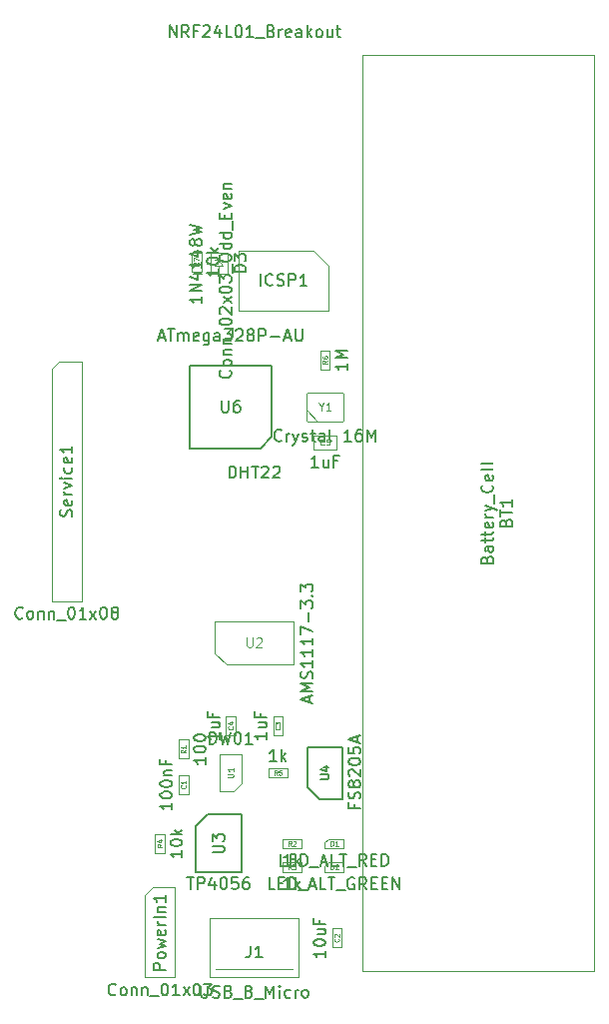
<source format=gbr>
G04 #@! TF.GenerationSoftware,KiCad,Pcbnew,5.1.5-1.fc30*
G04 #@! TF.CreationDate,2020-09-01T08:29:50+02:00*
G04 #@! TF.ProjectId,BeaconTemperature,42656163-6f6e-4546-956d-706572617475,rev?*
G04 #@! TF.SameCoordinates,Original*
G04 #@! TF.FileFunction,Other,Fab,Top*
%FSLAX46Y46*%
G04 Gerber Fmt 4.6, Leading zero omitted, Abs format (unit mm)*
G04 Created by KiCad (PCBNEW 5.1.5-1.fc30) date 2020-09-01 08:29:50*
%MOMM*%
%LPD*%
G04 APERTURE LIST*
%ADD10C,0.100000*%
%ADD11C,0.150000*%
%ADD12C,0.080000*%
%ADD13C,0.105000*%
%ADD14C,0.120000*%
%ADD15C,0.075000*%
%ADD16C,0.060000*%
G04 APERTURE END LIST*
D10*
X125730000Y-87365000D02*
X126365000Y-86730000D01*
X125730000Y-94350000D02*
X125730000Y-87365000D01*
X128270000Y-94350000D02*
X125730000Y-94350000D01*
X128270000Y-86730000D02*
X128270000Y-94350000D01*
X126365000Y-86730000D02*
X128270000Y-86730000D01*
X117830000Y-42765000D02*
X118465000Y-42130000D01*
X117830000Y-62450000D02*
X117830000Y-42765000D01*
X120370000Y-62450000D02*
X117830000Y-62450000D01*
X120370000Y-42130000D02*
X120370000Y-62450000D01*
X118465000Y-42130000D02*
X120370000Y-42130000D01*
X163850000Y-16200000D02*
X163850000Y-93800000D01*
X163850000Y-93800000D02*
X144150000Y-93800000D01*
X144150000Y-93800000D02*
X144150000Y-16200000D01*
X144150000Y-16200000D02*
X163850000Y-16200000D01*
X142000000Y-49600000D02*
X140000000Y-49600000D01*
X142000000Y-48400000D02*
X142000000Y-49600000D01*
X140000000Y-48400000D02*
X142000000Y-48400000D01*
X140000000Y-49600000D02*
X140000000Y-48400000D01*
X132700000Y-32900000D02*
X132700000Y-34700000D01*
X132700000Y-34700000D02*
X131300000Y-34700000D01*
X131300000Y-34700000D02*
X131300000Y-32900000D01*
X131300000Y-32900000D02*
X132700000Y-32900000D01*
X132350000Y-33500000D02*
X131650000Y-33500000D01*
X132000000Y-33500000D02*
X132000000Y-33300000D01*
X132000000Y-33500000D02*
X132350000Y-34000000D01*
X132350000Y-34000000D02*
X131650000Y-34000000D01*
X131650000Y-34000000D02*
X132000000Y-33500000D01*
X132000000Y-34000000D02*
X132000000Y-34250000D01*
D11*
X131050000Y-80550000D02*
X133950000Y-80550000D01*
X133950000Y-80550000D02*
X133950000Y-85450000D01*
X133950000Y-85450000D02*
X130050000Y-85450000D01*
X130050000Y-85450000D02*
X130050000Y-81550000D01*
X130050000Y-81550000D02*
X131050000Y-80550000D01*
D10*
X139400000Y-46250000D02*
X140400000Y-47250000D01*
X139400000Y-44850000D02*
X139500000Y-44750000D01*
X139400000Y-47150000D02*
X139400000Y-44850000D01*
X139500000Y-47250000D02*
X139400000Y-47150000D01*
X142500000Y-47250000D02*
X139500000Y-47250000D01*
X142600000Y-47150000D02*
X142500000Y-47250000D01*
X142600000Y-44850000D02*
X142600000Y-47150000D01*
X142500000Y-44750000D02*
X142600000Y-44850000D01*
X139500000Y-44750000D02*
X142500000Y-44750000D01*
D11*
X140500000Y-79200000D02*
X139500000Y-78200000D01*
X142500000Y-79200000D02*
X140500000Y-79200000D01*
X142500000Y-74800000D02*
X142500000Y-79200000D01*
X139500000Y-74800000D02*
X142500000Y-74800000D01*
X139500000Y-78200000D02*
X139500000Y-74800000D01*
D10*
X131650000Y-64150000D02*
X138350000Y-64150000D01*
X138350000Y-67850000D02*
X138350000Y-64150000D01*
X131650000Y-66850000D02*
X131650000Y-64150000D01*
X132650000Y-67850000D02*
X138350000Y-67850000D01*
X132650000Y-67850000D02*
X131650000Y-66850000D01*
X132100000Y-78550000D02*
X132100000Y-75450000D01*
X132100000Y-75450000D02*
X133900000Y-75450000D01*
X133900000Y-77900000D02*
X133900000Y-75450000D01*
X132100000Y-78550000D02*
X133250000Y-78550000D01*
X133900000Y-77900000D02*
X133250000Y-78550000D01*
X130500000Y-32900000D02*
X130500000Y-34500000D01*
X129700000Y-32900000D02*
X130500000Y-32900000D01*
X129700000Y-34500000D02*
X129700000Y-32900000D01*
X130500000Y-34500000D02*
X129700000Y-34500000D01*
X141400000Y-41200000D02*
X141400000Y-42800000D01*
X140600000Y-41200000D02*
X141400000Y-41200000D01*
X140600000Y-42800000D02*
X140600000Y-41200000D01*
X141400000Y-42800000D02*
X140600000Y-42800000D01*
X131750000Y-93650000D02*
X138250000Y-93650000D01*
X131250000Y-94350000D02*
X131250000Y-89350000D01*
X131250000Y-89350000D02*
X138750000Y-89350000D01*
X138750000Y-89350000D02*
X138750000Y-94350000D01*
X138750000Y-94350000D02*
X131250000Y-94350000D01*
X140000000Y-32730000D02*
X141270000Y-34000000D01*
X133650000Y-32730000D02*
X140000000Y-32730000D01*
X133650000Y-37810000D02*
X133650000Y-32730000D01*
X141270000Y-37810000D02*
X133650000Y-37810000D01*
X141270000Y-34000000D02*
X141270000Y-37810000D01*
X132600000Y-73800000D02*
X132600000Y-72200000D01*
X133400000Y-73800000D02*
X132600000Y-73800000D01*
X133400000Y-72200000D02*
X133400000Y-73800000D01*
X132600000Y-72200000D02*
X133400000Y-72200000D01*
X136600000Y-73800000D02*
X136600000Y-72200000D01*
X137400000Y-73800000D02*
X136600000Y-73800000D01*
X137400000Y-72200000D02*
X137400000Y-73800000D01*
X136600000Y-72200000D02*
X137400000Y-72200000D01*
D11*
X136500000Y-48500000D02*
X135500000Y-49500000D01*
X136500000Y-42500000D02*
X136500000Y-48500000D01*
X129500000Y-42500000D02*
X136500000Y-42500000D01*
X129500000Y-49500000D02*
X129500000Y-42500000D01*
X135500000Y-49500000D02*
X129500000Y-49500000D01*
D10*
X136200000Y-76600000D02*
X137800000Y-76600000D01*
X136200000Y-77400000D02*
X136200000Y-76600000D01*
X137800000Y-77400000D02*
X136200000Y-77400000D01*
X137800000Y-76600000D02*
X137800000Y-77400000D01*
X127400000Y-82200000D02*
X127400000Y-83800000D01*
X126600000Y-82200000D02*
X127400000Y-82200000D01*
X126600000Y-83800000D02*
X126600000Y-82200000D01*
X127400000Y-83800000D02*
X126600000Y-83800000D01*
X139012500Y-85400000D02*
X137412500Y-85400000D01*
X139012500Y-84600000D02*
X139012500Y-85400000D01*
X137412500Y-84600000D02*
X139012500Y-84600000D01*
X137412500Y-85400000D02*
X137412500Y-84600000D01*
X139012500Y-83400000D02*
X137412500Y-83400000D01*
X139012500Y-82600000D02*
X139012500Y-83400000D01*
X137412500Y-82600000D02*
X139012500Y-82600000D01*
X137412500Y-83400000D02*
X137412500Y-82600000D01*
X129400000Y-74200000D02*
X129400000Y-75800000D01*
X128600000Y-74200000D02*
X129400000Y-74200000D01*
X128600000Y-75800000D02*
X128600000Y-74200000D01*
X129400000Y-75800000D02*
X128600000Y-75800000D01*
X142587500Y-85400000D02*
X142587500Y-84600000D01*
X140987500Y-85400000D02*
X142587500Y-85400000D01*
X140987500Y-84900000D02*
X140987500Y-85400000D01*
X141287500Y-84600000D02*
X140987500Y-84900000D01*
X142587500Y-84600000D02*
X141287500Y-84600000D01*
X142587500Y-83400000D02*
X142587500Y-82600000D01*
X140987500Y-83400000D02*
X142587500Y-83400000D01*
X140987500Y-82900000D02*
X140987500Y-83400000D01*
X141287500Y-82600000D02*
X140987500Y-82900000D01*
X142587500Y-82600000D02*
X141287500Y-82600000D01*
X141600000Y-91800000D02*
X141600000Y-90200000D01*
X142400000Y-91800000D02*
X141600000Y-91800000D01*
X142400000Y-90200000D02*
X142400000Y-91800000D01*
X141600000Y-90200000D02*
X142400000Y-90200000D01*
X128600000Y-78800000D02*
X128600000Y-77200000D01*
X129400000Y-78800000D02*
X128600000Y-78800000D01*
X129400000Y-77200000D02*
X129400000Y-78800000D01*
X128600000Y-77200000D02*
X129400000Y-77200000D01*
D11*
X123261904Y-95767142D02*
X123214285Y-95814761D01*
X123071428Y-95862380D01*
X122976190Y-95862380D01*
X122833333Y-95814761D01*
X122738095Y-95719523D01*
X122690476Y-95624285D01*
X122642857Y-95433809D01*
X122642857Y-95290952D01*
X122690476Y-95100476D01*
X122738095Y-95005238D01*
X122833333Y-94910000D01*
X122976190Y-94862380D01*
X123071428Y-94862380D01*
X123214285Y-94910000D01*
X123261904Y-94957619D01*
X123833333Y-95862380D02*
X123738095Y-95814761D01*
X123690476Y-95767142D01*
X123642857Y-95671904D01*
X123642857Y-95386190D01*
X123690476Y-95290952D01*
X123738095Y-95243333D01*
X123833333Y-95195714D01*
X123976190Y-95195714D01*
X124071428Y-95243333D01*
X124119047Y-95290952D01*
X124166666Y-95386190D01*
X124166666Y-95671904D01*
X124119047Y-95767142D01*
X124071428Y-95814761D01*
X123976190Y-95862380D01*
X123833333Y-95862380D01*
X124595238Y-95195714D02*
X124595238Y-95862380D01*
X124595238Y-95290952D02*
X124642857Y-95243333D01*
X124738095Y-95195714D01*
X124880952Y-95195714D01*
X124976190Y-95243333D01*
X125023809Y-95338571D01*
X125023809Y-95862380D01*
X125500000Y-95195714D02*
X125500000Y-95862380D01*
X125500000Y-95290952D02*
X125547619Y-95243333D01*
X125642857Y-95195714D01*
X125785714Y-95195714D01*
X125880952Y-95243333D01*
X125928571Y-95338571D01*
X125928571Y-95862380D01*
X126166666Y-95957619D02*
X126928571Y-95957619D01*
X127357142Y-94862380D02*
X127452380Y-94862380D01*
X127547619Y-94910000D01*
X127595238Y-94957619D01*
X127642857Y-95052857D01*
X127690476Y-95243333D01*
X127690476Y-95481428D01*
X127642857Y-95671904D01*
X127595238Y-95767142D01*
X127547619Y-95814761D01*
X127452380Y-95862380D01*
X127357142Y-95862380D01*
X127261904Y-95814761D01*
X127214285Y-95767142D01*
X127166666Y-95671904D01*
X127119047Y-95481428D01*
X127119047Y-95243333D01*
X127166666Y-95052857D01*
X127214285Y-94957619D01*
X127261904Y-94910000D01*
X127357142Y-94862380D01*
X128642857Y-95862380D02*
X128071428Y-95862380D01*
X128357142Y-95862380D02*
X128357142Y-94862380D01*
X128261904Y-95005238D01*
X128166666Y-95100476D01*
X128071428Y-95148095D01*
X128976190Y-95862380D02*
X129500000Y-95195714D01*
X128976190Y-95195714D02*
X129500000Y-95862380D01*
X130071428Y-94862380D02*
X130166666Y-94862380D01*
X130261904Y-94910000D01*
X130309523Y-94957619D01*
X130357142Y-95052857D01*
X130404761Y-95243333D01*
X130404761Y-95481428D01*
X130357142Y-95671904D01*
X130309523Y-95767142D01*
X130261904Y-95814761D01*
X130166666Y-95862380D01*
X130071428Y-95862380D01*
X129976190Y-95814761D01*
X129928571Y-95767142D01*
X129880952Y-95671904D01*
X129833333Y-95481428D01*
X129833333Y-95243333D01*
X129880952Y-95052857D01*
X129928571Y-94957619D01*
X129976190Y-94910000D01*
X130071428Y-94862380D01*
X130738095Y-94862380D02*
X131357142Y-94862380D01*
X131023809Y-95243333D01*
X131166666Y-95243333D01*
X131261904Y-95290952D01*
X131309523Y-95338571D01*
X131357142Y-95433809D01*
X131357142Y-95671904D01*
X131309523Y-95767142D01*
X131261904Y-95814761D01*
X131166666Y-95862380D01*
X130880952Y-95862380D01*
X130785714Y-95814761D01*
X130738095Y-95767142D01*
X127452380Y-93682857D02*
X126452380Y-93682857D01*
X126452380Y-93301904D01*
X126500000Y-93206666D01*
X126547619Y-93159047D01*
X126642857Y-93111428D01*
X126785714Y-93111428D01*
X126880952Y-93159047D01*
X126928571Y-93206666D01*
X126976190Y-93301904D01*
X126976190Y-93682857D01*
X127452380Y-92540000D02*
X127404761Y-92635238D01*
X127357142Y-92682857D01*
X127261904Y-92730476D01*
X126976190Y-92730476D01*
X126880952Y-92682857D01*
X126833333Y-92635238D01*
X126785714Y-92540000D01*
X126785714Y-92397142D01*
X126833333Y-92301904D01*
X126880952Y-92254285D01*
X126976190Y-92206666D01*
X127261904Y-92206666D01*
X127357142Y-92254285D01*
X127404761Y-92301904D01*
X127452380Y-92397142D01*
X127452380Y-92540000D01*
X126785714Y-91873333D02*
X127452380Y-91682857D01*
X126976190Y-91492380D01*
X127452380Y-91301904D01*
X126785714Y-91111428D01*
X127404761Y-90349523D02*
X127452380Y-90444761D01*
X127452380Y-90635238D01*
X127404761Y-90730476D01*
X127309523Y-90778095D01*
X126928571Y-90778095D01*
X126833333Y-90730476D01*
X126785714Y-90635238D01*
X126785714Y-90444761D01*
X126833333Y-90349523D01*
X126928571Y-90301904D01*
X127023809Y-90301904D01*
X127119047Y-90778095D01*
X127452380Y-89873333D02*
X126785714Y-89873333D01*
X126976190Y-89873333D02*
X126880952Y-89825714D01*
X126833333Y-89778095D01*
X126785714Y-89682857D01*
X126785714Y-89587619D01*
X127452380Y-89254285D02*
X126452380Y-89254285D01*
X126785714Y-88778095D02*
X127452380Y-88778095D01*
X126880952Y-88778095D02*
X126833333Y-88730476D01*
X126785714Y-88635238D01*
X126785714Y-88492380D01*
X126833333Y-88397142D01*
X126928571Y-88349523D01*
X127452380Y-88349523D01*
X127452380Y-87349523D02*
X127452380Y-87920952D01*
X127452380Y-87635238D02*
X126452380Y-87635238D01*
X126595238Y-87730476D01*
X126690476Y-87825714D01*
X126738095Y-87920952D01*
X115361904Y-63867142D02*
X115314285Y-63914761D01*
X115171428Y-63962380D01*
X115076190Y-63962380D01*
X114933333Y-63914761D01*
X114838095Y-63819523D01*
X114790476Y-63724285D01*
X114742857Y-63533809D01*
X114742857Y-63390952D01*
X114790476Y-63200476D01*
X114838095Y-63105238D01*
X114933333Y-63010000D01*
X115076190Y-62962380D01*
X115171428Y-62962380D01*
X115314285Y-63010000D01*
X115361904Y-63057619D01*
X115933333Y-63962380D02*
X115838095Y-63914761D01*
X115790476Y-63867142D01*
X115742857Y-63771904D01*
X115742857Y-63486190D01*
X115790476Y-63390952D01*
X115838095Y-63343333D01*
X115933333Y-63295714D01*
X116076190Y-63295714D01*
X116171428Y-63343333D01*
X116219047Y-63390952D01*
X116266666Y-63486190D01*
X116266666Y-63771904D01*
X116219047Y-63867142D01*
X116171428Y-63914761D01*
X116076190Y-63962380D01*
X115933333Y-63962380D01*
X116695238Y-63295714D02*
X116695238Y-63962380D01*
X116695238Y-63390952D02*
X116742857Y-63343333D01*
X116838095Y-63295714D01*
X116980952Y-63295714D01*
X117076190Y-63343333D01*
X117123809Y-63438571D01*
X117123809Y-63962380D01*
X117600000Y-63295714D02*
X117600000Y-63962380D01*
X117600000Y-63390952D02*
X117647619Y-63343333D01*
X117742857Y-63295714D01*
X117885714Y-63295714D01*
X117980952Y-63343333D01*
X118028571Y-63438571D01*
X118028571Y-63962380D01*
X118266666Y-64057619D02*
X119028571Y-64057619D01*
X119457142Y-62962380D02*
X119552380Y-62962380D01*
X119647619Y-63010000D01*
X119695238Y-63057619D01*
X119742857Y-63152857D01*
X119790476Y-63343333D01*
X119790476Y-63581428D01*
X119742857Y-63771904D01*
X119695238Y-63867142D01*
X119647619Y-63914761D01*
X119552380Y-63962380D01*
X119457142Y-63962380D01*
X119361904Y-63914761D01*
X119314285Y-63867142D01*
X119266666Y-63771904D01*
X119219047Y-63581428D01*
X119219047Y-63343333D01*
X119266666Y-63152857D01*
X119314285Y-63057619D01*
X119361904Y-63010000D01*
X119457142Y-62962380D01*
X120742857Y-63962380D02*
X120171428Y-63962380D01*
X120457142Y-63962380D02*
X120457142Y-62962380D01*
X120361904Y-63105238D01*
X120266666Y-63200476D01*
X120171428Y-63248095D01*
X121076190Y-63962380D02*
X121600000Y-63295714D01*
X121076190Y-63295714D02*
X121600000Y-63962380D01*
X122171428Y-62962380D02*
X122266666Y-62962380D01*
X122361904Y-63010000D01*
X122409523Y-63057619D01*
X122457142Y-63152857D01*
X122504761Y-63343333D01*
X122504761Y-63581428D01*
X122457142Y-63771904D01*
X122409523Y-63867142D01*
X122361904Y-63914761D01*
X122266666Y-63962380D01*
X122171428Y-63962380D01*
X122076190Y-63914761D01*
X122028571Y-63867142D01*
X121980952Y-63771904D01*
X121933333Y-63581428D01*
X121933333Y-63343333D01*
X121980952Y-63152857D01*
X122028571Y-63057619D01*
X122076190Y-63010000D01*
X122171428Y-62962380D01*
X123076190Y-63390952D02*
X122980952Y-63343333D01*
X122933333Y-63295714D01*
X122885714Y-63200476D01*
X122885714Y-63152857D01*
X122933333Y-63057619D01*
X122980952Y-63010000D01*
X123076190Y-62962380D01*
X123266666Y-62962380D01*
X123361904Y-63010000D01*
X123409523Y-63057619D01*
X123457142Y-63152857D01*
X123457142Y-63200476D01*
X123409523Y-63295714D01*
X123361904Y-63343333D01*
X123266666Y-63390952D01*
X123076190Y-63390952D01*
X122980952Y-63438571D01*
X122933333Y-63486190D01*
X122885714Y-63581428D01*
X122885714Y-63771904D01*
X122933333Y-63867142D01*
X122980952Y-63914761D01*
X123076190Y-63962380D01*
X123266666Y-63962380D01*
X123361904Y-63914761D01*
X123409523Y-63867142D01*
X123457142Y-63771904D01*
X123457142Y-63581428D01*
X123409523Y-63486190D01*
X123361904Y-63438571D01*
X123266666Y-63390952D01*
X119504761Y-55266190D02*
X119552380Y-55123333D01*
X119552380Y-54885238D01*
X119504761Y-54790000D01*
X119457142Y-54742380D01*
X119361904Y-54694761D01*
X119266666Y-54694761D01*
X119171428Y-54742380D01*
X119123809Y-54790000D01*
X119076190Y-54885238D01*
X119028571Y-55075714D01*
X118980952Y-55170952D01*
X118933333Y-55218571D01*
X118838095Y-55266190D01*
X118742857Y-55266190D01*
X118647619Y-55218571D01*
X118600000Y-55170952D01*
X118552380Y-55075714D01*
X118552380Y-54837619D01*
X118600000Y-54694761D01*
X119504761Y-53885238D02*
X119552380Y-53980476D01*
X119552380Y-54170952D01*
X119504761Y-54266190D01*
X119409523Y-54313809D01*
X119028571Y-54313809D01*
X118933333Y-54266190D01*
X118885714Y-54170952D01*
X118885714Y-53980476D01*
X118933333Y-53885238D01*
X119028571Y-53837619D01*
X119123809Y-53837619D01*
X119219047Y-54313809D01*
X119552380Y-53409047D02*
X118885714Y-53409047D01*
X119076190Y-53409047D02*
X118980952Y-53361428D01*
X118933333Y-53313809D01*
X118885714Y-53218571D01*
X118885714Y-53123333D01*
X118885714Y-52885238D02*
X119552380Y-52647142D01*
X118885714Y-52409047D01*
X119552380Y-52028095D02*
X118885714Y-52028095D01*
X118552380Y-52028095D02*
X118600000Y-52075714D01*
X118647619Y-52028095D01*
X118600000Y-51980476D01*
X118552380Y-52028095D01*
X118647619Y-52028095D01*
X119504761Y-51123333D02*
X119552380Y-51218571D01*
X119552380Y-51409047D01*
X119504761Y-51504285D01*
X119457142Y-51551904D01*
X119361904Y-51599523D01*
X119076190Y-51599523D01*
X118980952Y-51551904D01*
X118933333Y-51504285D01*
X118885714Y-51409047D01*
X118885714Y-51218571D01*
X118933333Y-51123333D01*
X119504761Y-50313809D02*
X119552380Y-50409047D01*
X119552380Y-50599523D01*
X119504761Y-50694761D01*
X119409523Y-50742380D01*
X119028571Y-50742380D01*
X118933333Y-50694761D01*
X118885714Y-50599523D01*
X118885714Y-50409047D01*
X118933333Y-50313809D01*
X119028571Y-50266190D01*
X119123809Y-50266190D01*
X119219047Y-50742380D01*
X119552380Y-49313809D02*
X119552380Y-49885238D01*
X119552380Y-49599523D02*
X118552380Y-49599523D01*
X118695238Y-49694761D01*
X118790476Y-49790000D01*
X118838095Y-49885238D01*
X154728571Y-58904761D02*
X154776190Y-58761904D01*
X154823809Y-58714285D01*
X154919047Y-58666666D01*
X155061904Y-58666666D01*
X155157142Y-58714285D01*
X155204761Y-58761904D01*
X155252380Y-58857142D01*
X155252380Y-59238095D01*
X154252380Y-59238095D01*
X154252380Y-58904761D01*
X154300000Y-58809523D01*
X154347619Y-58761904D01*
X154442857Y-58714285D01*
X154538095Y-58714285D01*
X154633333Y-58761904D01*
X154680952Y-58809523D01*
X154728571Y-58904761D01*
X154728571Y-59238095D01*
X155252380Y-57809523D02*
X154728571Y-57809523D01*
X154633333Y-57857142D01*
X154585714Y-57952380D01*
X154585714Y-58142857D01*
X154633333Y-58238095D01*
X155204761Y-57809523D02*
X155252380Y-57904761D01*
X155252380Y-58142857D01*
X155204761Y-58238095D01*
X155109523Y-58285714D01*
X155014285Y-58285714D01*
X154919047Y-58238095D01*
X154871428Y-58142857D01*
X154871428Y-57904761D01*
X154823809Y-57809523D01*
X154585714Y-57476190D02*
X154585714Y-57095238D01*
X154252380Y-57333333D02*
X155109523Y-57333333D01*
X155204761Y-57285714D01*
X155252380Y-57190476D01*
X155252380Y-57095238D01*
X154585714Y-56904761D02*
X154585714Y-56523809D01*
X154252380Y-56761904D02*
X155109523Y-56761904D01*
X155204761Y-56714285D01*
X155252380Y-56619047D01*
X155252380Y-56523809D01*
X155204761Y-55809523D02*
X155252380Y-55904761D01*
X155252380Y-56095238D01*
X155204761Y-56190476D01*
X155109523Y-56238095D01*
X154728571Y-56238095D01*
X154633333Y-56190476D01*
X154585714Y-56095238D01*
X154585714Y-55904761D01*
X154633333Y-55809523D01*
X154728571Y-55761904D01*
X154823809Y-55761904D01*
X154919047Y-56238095D01*
X155252380Y-55333333D02*
X154585714Y-55333333D01*
X154776190Y-55333333D02*
X154680952Y-55285714D01*
X154633333Y-55238095D01*
X154585714Y-55142857D01*
X154585714Y-55047619D01*
X154585714Y-54809523D02*
X155252380Y-54571428D01*
X154585714Y-54333333D02*
X155252380Y-54571428D01*
X155490476Y-54666666D01*
X155538095Y-54714285D01*
X155585714Y-54809523D01*
X155347619Y-54190476D02*
X155347619Y-53428571D01*
X155157142Y-52619047D02*
X155204761Y-52666666D01*
X155252380Y-52809523D01*
X155252380Y-52904761D01*
X155204761Y-53047619D01*
X155109523Y-53142857D01*
X155014285Y-53190476D01*
X154823809Y-53238095D01*
X154680952Y-53238095D01*
X154490476Y-53190476D01*
X154395238Y-53142857D01*
X154300000Y-53047619D01*
X154252380Y-52904761D01*
X154252380Y-52809523D01*
X154300000Y-52666666D01*
X154347619Y-52619047D01*
X155204761Y-51809523D02*
X155252380Y-51904761D01*
X155252380Y-52095238D01*
X155204761Y-52190476D01*
X155109523Y-52238095D01*
X154728571Y-52238095D01*
X154633333Y-52190476D01*
X154585714Y-52095238D01*
X154585714Y-51904761D01*
X154633333Y-51809523D01*
X154728571Y-51761904D01*
X154823809Y-51761904D01*
X154919047Y-52238095D01*
X155252380Y-51190476D02*
X155204761Y-51285714D01*
X155109523Y-51333333D01*
X154252380Y-51333333D01*
X155252380Y-50666666D02*
X155204761Y-50761904D01*
X155109523Y-50809523D01*
X154252380Y-50809523D01*
X156328571Y-55785714D02*
X156376190Y-55642857D01*
X156423809Y-55595238D01*
X156519047Y-55547619D01*
X156661904Y-55547619D01*
X156757142Y-55595238D01*
X156804761Y-55642857D01*
X156852380Y-55738095D01*
X156852380Y-56119047D01*
X155852380Y-56119047D01*
X155852380Y-55785714D01*
X155900000Y-55690476D01*
X155947619Y-55642857D01*
X156042857Y-55595238D01*
X156138095Y-55595238D01*
X156233333Y-55642857D01*
X156280952Y-55690476D01*
X156328571Y-55785714D01*
X156328571Y-56119047D01*
X155852380Y-55261904D02*
X155852380Y-54690476D01*
X156852380Y-54976190D02*
X155852380Y-54976190D01*
X156852380Y-53833333D02*
X156852380Y-54404761D01*
X156852380Y-54119047D02*
X155852380Y-54119047D01*
X155995238Y-54214285D01*
X156090476Y-54309523D01*
X156138095Y-54404761D01*
X140404761Y-51102380D02*
X139833333Y-51102380D01*
X140119047Y-51102380D02*
X140119047Y-50102380D01*
X140023809Y-50245238D01*
X139928571Y-50340476D01*
X139833333Y-50388095D01*
X141261904Y-50435714D02*
X141261904Y-51102380D01*
X140833333Y-50435714D02*
X140833333Y-50959523D01*
X140880952Y-51054761D01*
X140976190Y-51102380D01*
X141119047Y-51102380D01*
X141214285Y-51054761D01*
X141261904Y-51007142D01*
X142071428Y-50578571D02*
X141738095Y-50578571D01*
X141738095Y-51102380D02*
X141738095Y-50102380D01*
X142214285Y-50102380D01*
D12*
X140916666Y-49178571D02*
X140892857Y-49202380D01*
X140821428Y-49226190D01*
X140773809Y-49226190D01*
X140702380Y-49202380D01*
X140654761Y-49154761D01*
X140630952Y-49107142D01*
X140607142Y-49011904D01*
X140607142Y-48940476D01*
X140630952Y-48845238D01*
X140654761Y-48797619D01*
X140702380Y-48750000D01*
X140773809Y-48726190D01*
X140821428Y-48726190D01*
X140892857Y-48750000D01*
X140916666Y-48773809D01*
X141369047Y-48726190D02*
X141130952Y-48726190D01*
X141107142Y-48964285D01*
X141130952Y-48940476D01*
X141178571Y-48916666D01*
X141297619Y-48916666D01*
X141345238Y-48940476D01*
X141369047Y-48964285D01*
X141392857Y-49011904D01*
X141392857Y-49130952D01*
X141369047Y-49178571D01*
X141345238Y-49202380D01*
X141297619Y-49226190D01*
X141178571Y-49226190D01*
X141130952Y-49202380D01*
X141107142Y-49178571D01*
D11*
X130552380Y-36614285D02*
X130552380Y-37185714D01*
X130552380Y-36900000D02*
X129552380Y-36900000D01*
X129695238Y-36995238D01*
X129790476Y-37090476D01*
X129838095Y-37185714D01*
X130552380Y-36185714D02*
X129552380Y-36185714D01*
X130552380Y-35614285D01*
X129552380Y-35614285D01*
X129885714Y-34709523D02*
X130552380Y-34709523D01*
X129504761Y-34947619D02*
X130219047Y-35185714D01*
X130219047Y-34566666D01*
X130552380Y-33661904D02*
X130552380Y-34233333D01*
X130552380Y-33947619D02*
X129552380Y-33947619D01*
X129695238Y-34042857D01*
X129790476Y-34138095D01*
X129838095Y-34233333D01*
X129885714Y-32804761D02*
X130552380Y-32804761D01*
X129504761Y-33042857D02*
X130219047Y-33280952D01*
X130219047Y-32661904D01*
X129980952Y-32138095D02*
X129933333Y-32233333D01*
X129885714Y-32280952D01*
X129790476Y-32328571D01*
X129742857Y-32328571D01*
X129647619Y-32280952D01*
X129600000Y-32233333D01*
X129552380Y-32138095D01*
X129552380Y-31947619D01*
X129600000Y-31852380D01*
X129647619Y-31804761D01*
X129742857Y-31757142D01*
X129790476Y-31757142D01*
X129885714Y-31804761D01*
X129933333Y-31852380D01*
X129980952Y-31947619D01*
X129980952Y-32138095D01*
X130028571Y-32233333D01*
X130076190Y-32280952D01*
X130171428Y-32328571D01*
X130361904Y-32328571D01*
X130457142Y-32280952D01*
X130504761Y-32233333D01*
X130552380Y-32138095D01*
X130552380Y-31947619D01*
X130504761Y-31852380D01*
X130457142Y-31804761D01*
X130361904Y-31757142D01*
X130171428Y-31757142D01*
X130076190Y-31804761D01*
X130028571Y-31852380D01*
X129980952Y-31947619D01*
X129552380Y-31423809D02*
X130552380Y-31185714D01*
X129838095Y-30995238D01*
X130552380Y-30804761D01*
X129552380Y-30566666D01*
X134302380Y-34538095D02*
X133302380Y-34538095D01*
X133302380Y-34300000D01*
X133350000Y-34157142D01*
X133445238Y-34061904D01*
X133540476Y-34014285D01*
X133730952Y-33966666D01*
X133873809Y-33966666D01*
X134064285Y-34014285D01*
X134159523Y-34061904D01*
X134254761Y-34157142D01*
X134302380Y-34300000D01*
X134302380Y-34538095D01*
X133302380Y-33633333D02*
X133302380Y-33014285D01*
X133683333Y-33347619D01*
X133683333Y-33204761D01*
X133730952Y-33109523D01*
X133778571Y-33061904D01*
X133873809Y-33014285D01*
X134111904Y-33014285D01*
X134207142Y-33061904D01*
X134254761Y-33109523D01*
X134302380Y-33204761D01*
X134302380Y-33490476D01*
X134254761Y-33585714D01*
X134207142Y-33633333D01*
X129309523Y-85852380D02*
X129880952Y-85852380D01*
X129595238Y-86852380D02*
X129595238Y-85852380D01*
X130214285Y-86852380D02*
X130214285Y-85852380D01*
X130595238Y-85852380D01*
X130690476Y-85900000D01*
X130738095Y-85947619D01*
X130785714Y-86042857D01*
X130785714Y-86185714D01*
X130738095Y-86280952D01*
X130690476Y-86328571D01*
X130595238Y-86376190D01*
X130214285Y-86376190D01*
X131642857Y-86185714D02*
X131642857Y-86852380D01*
X131404761Y-85804761D02*
X131166666Y-86519047D01*
X131785714Y-86519047D01*
X132357142Y-85852380D02*
X132452380Y-85852380D01*
X132547619Y-85900000D01*
X132595238Y-85947619D01*
X132642857Y-86042857D01*
X132690476Y-86233333D01*
X132690476Y-86471428D01*
X132642857Y-86661904D01*
X132595238Y-86757142D01*
X132547619Y-86804761D01*
X132452380Y-86852380D01*
X132357142Y-86852380D01*
X132261904Y-86804761D01*
X132214285Y-86757142D01*
X132166666Y-86661904D01*
X132119047Y-86471428D01*
X132119047Y-86233333D01*
X132166666Y-86042857D01*
X132214285Y-85947619D01*
X132261904Y-85900000D01*
X132357142Y-85852380D01*
X133595238Y-85852380D02*
X133119047Y-85852380D01*
X133071428Y-86328571D01*
X133119047Y-86280952D01*
X133214285Y-86233333D01*
X133452380Y-86233333D01*
X133547619Y-86280952D01*
X133595238Y-86328571D01*
X133642857Y-86423809D01*
X133642857Y-86661904D01*
X133595238Y-86757142D01*
X133547619Y-86804761D01*
X133452380Y-86852380D01*
X133214285Y-86852380D01*
X133119047Y-86804761D01*
X133071428Y-86757142D01*
X134500000Y-85852380D02*
X134309523Y-85852380D01*
X134214285Y-85900000D01*
X134166666Y-85947619D01*
X134071428Y-86090476D01*
X134023809Y-86280952D01*
X134023809Y-86661904D01*
X134071428Y-86757142D01*
X134119047Y-86804761D01*
X134214285Y-86852380D01*
X134404761Y-86852380D01*
X134500000Y-86804761D01*
X134547619Y-86757142D01*
X134595238Y-86661904D01*
X134595238Y-86423809D01*
X134547619Y-86328571D01*
X134500000Y-86280952D01*
X134404761Y-86233333D01*
X134214285Y-86233333D01*
X134119047Y-86280952D01*
X134071428Y-86328571D01*
X134023809Y-86423809D01*
X131452380Y-83761904D02*
X132261904Y-83761904D01*
X132357142Y-83714285D01*
X132404761Y-83666666D01*
X132452380Y-83571428D01*
X132452380Y-83380952D01*
X132404761Y-83285714D01*
X132357142Y-83238095D01*
X132261904Y-83190476D01*
X131452380Y-83190476D01*
X131452380Y-82809523D02*
X131452380Y-82190476D01*
X131833333Y-82523809D01*
X131833333Y-82380952D01*
X131880952Y-82285714D01*
X131928571Y-82238095D01*
X132023809Y-82190476D01*
X132261904Y-82190476D01*
X132357142Y-82238095D01*
X132404761Y-82285714D01*
X132452380Y-82380952D01*
X132452380Y-82666666D01*
X132404761Y-82761904D01*
X132357142Y-82809523D01*
X137309523Y-48807142D02*
X137261904Y-48854761D01*
X137119047Y-48902380D01*
X137023809Y-48902380D01*
X136880952Y-48854761D01*
X136785714Y-48759523D01*
X136738095Y-48664285D01*
X136690476Y-48473809D01*
X136690476Y-48330952D01*
X136738095Y-48140476D01*
X136785714Y-48045238D01*
X136880952Y-47950000D01*
X137023809Y-47902380D01*
X137119047Y-47902380D01*
X137261904Y-47950000D01*
X137309523Y-47997619D01*
X137738095Y-48902380D02*
X137738095Y-48235714D01*
X137738095Y-48426190D02*
X137785714Y-48330952D01*
X137833333Y-48283333D01*
X137928571Y-48235714D01*
X138023809Y-48235714D01*
X138261904Y-48235714D02*
X138500000Y-48902380D01*
X138738095Y-48235714D02*
X138500000Y-48902380D01*
X138404761Y-49140476D01*
X138357142Y-49188095D01*
X138261904Y-49235714D01*
X139071428Y-48854761D02*
X139166666Y-48902380D01*
X139357142Y-48902380D01*
X139452380Y-48854761D01*
X139500000Y-48759523D01*
X139500000Y-48711904D01*
X139452380Y-48616666D01*
X139357142Y-48569047D01*
X139214285Y-48569047D01*
X139119047Y-48521428D01*
X139071428Y-48426190D01*
X139071428Y-48378571D01*
X139119047Y-48283333D01*
X139214285Y-48235714D01*
X139357142Y-48235714D01*
X139452380Y-48283333D01*
X139785714Y-48235714D02*
X140166666Y-48235714D01*
X139928571Y-47902380D02*
X139928571Y-48759523D01*
X139976190Y-48854761D01*
X140071428Y-48902380D01*
X140166666Y-48902380D01*
X140928571Y-48902380D02*
X140928571Y-48378571D01*
X140880952Y-48283333D01*
X140785714Y-48235714D01*
X140595238Y-48235714D01*
X140500000Y-48283333D01*
X140928571Y-48854761D02*
X140833333Y-48902380D01*
X140595238Y-48902380D01*
X140500000Y-48854761D01*
X140452380Y-48759523D01*
X140452380Y-48664285D01*
X140500000Y-48569047D01*
X140595238Y-48521428D01*
X140833333Y-48521428D01*
X140928571Y-48473809D01*
X141547619Y-48902380D02*
X141452380Y-48854761D01*
X141404761Y-48759523D01*
X141404761Y-47902380D01*
X143214285Y-48902380D02*
X142642857Y-48902380D01*
X142928571Y-48902380D02*
X142928571Y-47902380D01*
X142833333Y-48045238D01*
X142738095Y-48140476D01*
X142642857Y-48188095D01*
X144071428Y-47902380D02*
X143880952Y-47902380D01*
X143785714Y-47950000D01*
X143738095Y-47997619D01*
X143642857Y-48140476D01*
X143595238Y-48330952D01*
X143595238Y-48711904D01*
X143642857Y-48807142D01*
X143690476Y-48854761D01*
X143785714Y-48902380D01*
X143976190Y-48902380D01*
X144071428Y-48854761D01*
X144119047Y-48807142D01*
X144166666Y-48711904D01*
X144166666Y-48473809D01*
X144119047Y-48378571D01*
X144071428Y-48330952D01*
X143976190Y-48283333D01*
X143785714Y-48283333D01*
X143690476Y-48330952D01*
X143642857Y-48378571D01*
X143595238Y-48473809D01*
X144595238Y-48902380D02*
X144595238Y-47902380D01*
X144928571Y-48616666D01*
X145261904Y-47902380D01*
X145261904Y-48902380D01*
D13*
X140666666Y-45983333D02*
X140666666Y-46316666D01*
X140433333Y-45616666D02*
X140666666Y-45983333D01*
X140900000Y-45616666D01*
X141500000Y-46316666D02*
X141100000Y-46316666D01*
X141300000Y-46316666D02*
X141300000Y-45616666D01*
X141233333Y-45716666D01*
X141166666Y-45783333D01*
X141100000Y-45816666D01*
D11*
X127809523Y-14652380D02*
X127809523Y-13652380D01*
X128380952Y-14652380D01*
X128380952Y-13652380D01*
X129428571Y-14652380D02*
X129095238Y-14176190D01*
X128857142Y-14652380D02*
X128857142Y-13652380D01*
X129238095Y-13652380D01*
X129333333Y-13700000D01*
X129380952Y-13747619D01*
X129428571Y-13842857D01*
X129428571Y-13985714D01*
X129380952Y-14080952D01*
X129333333Y-14128571D01*
X129238095Y-14176190D01*
X128857142Y-14176190D01*
X130190476Y-14128571D02*
X129857142Y-14128571D01*
X129857142Y-14652380D02*
X129857142Y-13652380D01*
X130333333Y-13652380D01*
X130666666Y-13747619D02*
X130714285Y-13700000D01*
X130809523Y-13652380D01*
X131047619Y-13652380D01*
X131142857Y-13700000D01*
X131190476Y-13747619D01*
X131238095Y-13842857D01*
X131238095Y-13938095D01*
X131190476Y-14080952D01*
X130619047Y-14652380D01*
X131238095Y-14652380D01*
X132095238Y-13985714D02*
X132095238Y-14652380D01*
X131857142Y-13604761D02*
X131619047Y-14319047D01*
X132238095Y-14319047D01*
X133095238Y-14652380D02*
X132619047Y-14652380D01*
X132619047Y-13652380D01*
X133619047Y-13652380D02*
X133714285Y-13652380D01*
X133809523Y-13700000D01*
X133857142Y-13747619D01*
X133904761Y-13842857D01*
X133952380Y-14033333D01*
X133952380Y-14271428D01*
X133904761Y-14461904D01*
X133857142Y-14557142D01*
X133809523Y-14604761D01*
X133714285Y-14652380D01*
X133619047Y-14652380D01*
X133523809Y-14604761D01*
X133476190Y-14557142D01*
X133428571Y-14461904D01*
X133380952Y-14271428D01*
X133380952Y-14033333D01*
X133428571Y-13842857D01*
X133476190Y-13747619D01*
X133523809Y-13700000D01*
X133619047Y-13652380D01*
X134904761Y-14652380D02*
X134333333Y-14652380D01*
X134619047Y-14652380D02*
X134619047Y-13652380D01*
X134523809Y-13795238D01*
X134428571Y-13890476D01*
X134333333Y-13938095D01*
X135095238Y-14747619D02*
X135857142Y-14747619D01*
X136428571Y-14128571D02*
X136571428Y-14176190D01*
X136619047Y-14223809D01*
X136666666Y-14319047D01*
X136666666Y-14461904D01*
X136619047Y-14557142D01*
X136571428Y-14604761D01*
X136476190Y-14652380D01*
X136095238Y-14652380D01*
X136095238Y-13652380D01*
X136428571Y-13652380D01*
X136523809Y-13700000D01*
X136571428Y-13747619D01*
X136619047Y-13842857D01*
X136619047Y-13938095D01*
X136571428Y-14033333D01*
X136523809Y-14080952D01*
X136428571Y-14128571D01*
X136095238Y-14128571D01*
X137095238Y-14652380D02*
X137095238Y-13985714D01*
X137095238Y-14176190D02*
X137142857Y-14080952D01*
X137190476Y-14033333D01*
X137285714Y-13985714D01*
X137380952Y-13985714D01*
X138095238Y-14604761D02*
X138000000Y-14652380D01*
X137809523Y-14652380D01*
X137714285Y-14604761D01*
X137666666Y-14509523D01*
X137666666Y-14128571D01*
X137714285Y-14033333D01*
X137809523Y-13985714D01*
X138000000Y-13985714D01*
X138095238Y-14033333D01*
X138142857Y-14128571D01*
X138142857Y-14223809D01*
X137666666Y-14319047D01*
X139000000Y-14652380D02*
X139000000Y-14128571D01*
X138952380Y-14033333D01*
X138857142Y-13985714D01*
X138666666Y-13985714D01*
X138571428Y-14033333D01*
X139000000Y-14604761D02*
X138904761Y-14652380D01*
X138666666Y-14652380D01*
X138571428Y-14604761D01*
X138523809Y-14509523D01*
X138523809Y-14414285D01*
X138571428Y-14319047D01*
X138666666Y-14271428D01*
X138904761Y-14271428D01*
X139000000Y-14223809D01*
X139476190Y-14652380D02*
X139476190Y-13652380D01*
X139571428Y-14271428D02*
X139857142Y-14652380D01*
X139857142Y-13985714D02*
X139476190Y-14366666D01*
X140428571Y-14652380D02*
X140333333Y-14604761D01*
X140285714Y-14557142D01*
X140238095Y-14461904D01*
X140238095Y-14176190D01*
X140285714Y-14080952D01*
X140333333Y-14033333D01*
X140428571Y-13985714D01*
X140571428Y-13985714D01*
X140666666Y-14033333D01*
X140714285Y-14080952D01*
X140761904Y-14176190D01*
X140761904Y-14461904D01*
X140714285Y-14557142D01*
X140666666Y-14604761D01*
X140571428Y-14652380D01*
X140428571Y-14652380D01*
X141619047Y-13985714D02*
X141619047Y-14652380D01*
X141190476Y-13985714D02*
X141190476Y-14509523D01*
X141238095Y-14604761D01*
X141333333Y-14652380D01*
X141476190Y-14652380D01*
X141571428Y-14604761D01*
X141619047Y-14557142D01*
X141952380Y-13985714D02*
X142333333Y-13985714D01*
X142095238Y-13652380D02*
X142095238Y-14509523D01*
X142142857Y-14604761D01*
X142238095Y-14652380D01*
X142333333Y-14652380D01*
X143478571Y-79666666D02*
X143478571Y-80000000D01*
X144002380Y-80000000D02*
X143002380Y-80000000D01*
X143002380Y-79523809D01*
X143954761Y-79190476D02*
X144002380Y-79047619D01*
X144002380Y-78809523D01*
X143954761Y-78714285D01*
X143907142Y-78666666D01*
X143811904Y-78619047D01*
X143716666Y-78619047D01*
X143621428Y-78666666D01*
X143573809Y-78714285D01*
X143526190Y-78809523D01*
X143478571Y-79000000D01*
X143430952Y-79095238D01*
X143383333Y-79142857D01*
X143288095Y-79190476D01*
X143192857Y-79190476D01*
X143097619Y-79142857D01*
X143050000Y-79095238D01*
X143002380Y-79000000D01*
X143002380Y-78761904D01*
X143050000Y-78619047D01*
X143430952Y-78047619D02*
X143383333Y-78142857D01*
X143335714Y-78190476D01*
X143240476Y-78238095D01*
X143192857Y-78238095D01*
X143097619Y-78190476D01*
X143050000Y-78142857D01*
X143002380Y-78047619D01*
X143002380Y-77857142D01*
X143050000Y-77761904D01*
X143097619Y-77714285D01*
X143192857Y-77666666D01*
X143240476Y-77666666D01*
X143335714Y-77714285D01*
X143383333Y-77761904D01*
X143430952Y-77857142D01*
X143430952Y-78047619D01*
X143478571Y-78142857D01*
X143526190Y-78190476D01*
X143621428Y-78238095D01*
X143811904Y-78238095D01*
X143907142Y-78190476D01*
X143954761Y-78142857D01*
X144002380Y-78047619D01*
X144002380Y-77857142D01*
X143954761Y-77761904D01*
X143907142Y-77714285D01*
X143811904Y-77666666D01*
X143621428Y-77666666D01*
X143526190Y-77714285D01*
X143478571Y-77761904D01*
X143430952Y-77857142D01*
X143097619Y-77285714D02*
X143050000Y-77238095D01*
X143002380Y-77142857D01*
X143002380Y-76904761D01*
X143050000Y-76809523D01*
X143097619Y-76761904D01*
X143192857Y-76714285D01*
X143288095Y-76714285D01*
X143430952Y-76761904D01*
X144002380Y-77333333D01*
X144002380Y-76714285D01*
X143002380Y-76095238D02*
X143002380Y-76000000D01*
X143050000Y-75904761D01*
X143097619Y-75857142D01*
X143192857Y-75809523D01*
X143383333Y-75761904D01*
X143621428Y-75761904D01*
X143811904Y-75809523D01*
X143907142Y-75857142D01*
X143954761Y-75904761D01*
X144002380Y-76000000D01*
X144002380Y-76095238D01*
X143954761Y-76190476D01*
X143907142Y-76238095D01*
X143811904Y-76285714D01*
X143621428Y-76333333D01*
X143383333Y-76333333D01*
X143192857Y-76285714D01*
X143097619Y-76238095D01*
X143050000Y-76190476D01*
X143002380Y-76095238D01*
X143002380Y-74857142D02*
X143002380Y-75333333D01*
X143478571Y-75380952D01*
X143430952Y-75333333D01*
X143383333Y-75238095D01*
X143383333Y-75000000D01*
X143430952Y-74904761D01*
X143478571Y-74857142D01*
X143573809Y-74809523D01*
X143811904Y-74809523D01*
X143907142Y-74857142D01*
X143954761Y-74904761D01*
X144002380Y-75000000D01*
X144002380Y-75238095D01*
X143954761Y-75333333D01*
X143907142Y-75380952D01*
X143716666Y-74428571D02*
X143716666Y-73952380D01*
X144002380Y-74523809D02*
X143002380Y-74190476D01*
X144002380Y-73857142D01*
X140616666Y-77533333D02*
X141183333Y-77533333D01*
X141250000Y-77500000D01*
X141283333Y-77466666D01*
X141316666Y-77400000D01*
X141316666Y-77266666D01*
X141283333Y-77200000D01*
X141250000Y-77166666D01*
X141183333Y-77133333D01*
X140616666Y-77133333D01*
X140850000Y-76500000D02*
X141316666Y-76500000D01*
X140583333Y-76666666D02*
X141083333Y-76833333D01*
X141083333Y-76400000D01*
X139666666Y-71000000D02*
X139666666Y-70523809D01*
X139952380Y-71095238D02*
X138952380Y-70761904D01*
X139952380Y-70428571D01*
X139952380Y-70095238D02*
X138952380Y-70095238D01*
X139666666Y-69761904D01*
X138952380Y-69428571D01*
X139952380Y-69428571D01*
X139904761Y-69000000D02*
X139952380Y-68857142D01*
X139952380Y-68619047D01*
X139904761Y-68523809D01*
X139857142Y-68476190D01*
X139761904Y-68428571D01*
X139666666Y-68428571D01*
X139571428Y-68476190D01*
X139523809Y-68523809D01*
X139476190Y-68619047D01*
X139428571Y-68809523D01*
X139380952Y-68904761D01*
X139333333Y-68952380D01*
X139238095Y-69000000D01*
X139142857Y-69000000D01*
X139047619Y-68952380D01*
X139000000Y-68904761D01*
X138952380Y-68809523D01*
X138952380Y-68571428D01*
X139000000Y-68428571D01*
X139952380Y-67476190D02*
X139952380Y-68047619D01*
X139952380Y-67761904D02*
X138952380Y-67761904D01*
X139095238Y-67857142D01*
X139190476Y-67952380D01*
X139238095Y-68047619D01*
X139952380Y-66523809D02*
X139952380Y-67095238D01*
X139952380Y-66809523D02*
X138952380Y-66809523D01*
X139095238Y-66904761D01*
X139190476Y-67000000D01*
X139238095Y-67095238D01*
X139952380Y-65571428D02*
X139952380Y-66142857D01*
X139952380Y-65857142D02*
X138952380Y-65857142D01*
X139095238Y-65952380D01*
X139190476Y-66047619D01*
X139238095Y-66142857D01*
X138952380Y-65238095D02*
X138952380Y-64571428D01*
X139952380Y-65000000D01*
X139571428Y-64190476D02*
X139571428Y-63428571D01*
X138952380Y-63047619D02*
X138952380Y-62428571D01*
X139333333Y-62761904D01*
X139333333Y-62619047D01*
X139380952Y-62523809D01*
X139428571Y-62476190D01*
X139523809Y-62428571D01*
X139761904Y-62428571D01*
X139857142Y-62476190D01*
X139904761Y-62523809D01*
X139952380Y-62619047D01*
X139952380Y-62904761D01*
X139904761Y-63000000D01*
X139857142Y-63047619D01*
X139857142Y-62000000D02*
X139904761Y-61952380D01*
X139952380Y-62000000D01*
X139904761Y-62047619D01*
X139857142Y-62000000D01*
X139952380Y-62000000D01*
X138952380Y-61619047D02*
X138952380Y-61000000D01*
X139333333Y-61333333D01*
X139333333Y-61190476D01*
X139380952Y-61095238D01*
X139428571Y-61047619D01*
X139523809Y-61000000D01*
X139761904Y-61000000D01*
X139857142Y-61047619D01*
X139904761Y-61095238D01*
X139952380Y-61190476D01*
X139952380Y-61476190D01*
X139904761Y-61571428D01*
X139857142Y-61619047D01*
D14*
X134390476Y-65561904D02*
X134390476Y-66209523D01*
X134428571Y-66285714D01*
X134466666Y-66323809D01*
X134542857Y-66361904D01*
X134695238Y-66361904D01*
X134771428Y-66323809D01*
X134809523Y-66285714D01*
X134847619Y-66209523D01*
X134847619Y-65561904D01*
X135190476Y-65638095D02*
X135228571Y-65600000D01*
X135304761Y-65561904D01*
X135495238Y-65561904D01*
X135571428Y-65600000D01*
X135609523Y-65638095D01*
X135647619Y-65714285D01*
X135647619Y-65790476D01*
X135609523Y-65904761D01*
X135152380Y-66361904D01*
X135647619Y-66361904D01*
D11*
X131214285Y-74552380D02*
X131214285Y-73552380D01*
X131452380Y-73552380D01*
X131595238Y-73600000D01*
X131690476Y-73695238D01*
X131738095Y-73790476D01*
X131785714Y-73980952D01*
X131785714Y-74123809D01*
X131738095Y-74314285D01*
X131690476Y-74409523D01*
X131595238Y-74504761D01*
X131452380Y-74552380D01*
X131214285Y-74552380D01*
X132119047Y-73552380D02*
X132357142Y-74552380D01*
X132547619Y-73838095D01*
X132738095Y-74552380D01*
X132976190Y-73552380D01*
X133547619Y-73552380D02*
X133642857Y-73552380D01*
X133738095Y-73600000D01*
X133785714Y-73647619D01*
X133833333Y-73742857D01*
X133880952Y-73933333D01*
X133880952Y-74171428D01*
X133833333Y-74361904D01*
X133785714Y-74457142D01*
X133738095Y-74504761D01*
X133642857Y-74552380D01*
X133547619Y-74552380D01*
X133452380Y-74504761D01*
X133404761Y-74457142D01*
X133357142Y-74361904D01*
X133309523Y-74171428D01*
X133309523Y-73933333D01*
X133357142Y-73742857D01*
X133404761Y-73647619D01*
X133452380Y-73600000D01*
X133547619Y-73552380D01*
X134833333Y-74552380D02*
X134261904Y-74552380D01*
X134547619Y-74552380D02*
X134547619Y-73552380D01*
X134452380Y-73695238D01*
X134357142Y-73790476D01*
X134261904Y-73838095D01*
D15*
X132726190Y-77380952D02*
X133130952Y-77380952D01*
X133178571Y-77357142D01*
X133202380Y-77333333D01*
X133226190Y-77285714D01*
X133226190Y-77190476D01*
X133202380Y-77142857D01*
X133178571Y-77119047D01*
X133130952Y-77095238D01*
X132726190Y-77095238D01*
X133226190Y-76595238D02*
X133226190Y-76880952D01*
X133226190Y-76738095D02*
X132726190Y-76738095D01*
X132797619Y-76785714D01*
X132845238Y-76833333D01*
X132869047Y-76880952D01*
D11*
X132880952Y-52007380D02*
X132880952Y-51007380D01*
X133119047Y-51007380D01*
X133261904Y-51055000D01*
X133357142Y-51150238D01*
X133404761Y-51245476D01*
X133452380Y-51435952D01*
X133452380Y-51578809D01*
X133404761Y-51769285D01*
X133357142Y-51864523D01*
X133261904Y-51959761D01*
X133119047Y-52007380D01*
X132880952Y-52007380D01*
X133880952Y-52007380D02*
X133880952Y-51007380D01*
X133880952Y-51483571D02*
X134452380Y-51483571D01*
X134452380Y-52007380D02*
X134452380Y-51007380D01*
X134785714Y-51007380D02*
X135357142Y-51007380D01*
X135071428Y-52007380D02*
X135071428Y-51007380D01*
X135642857Y-51102619D02*
X135690476Y-51055000D01*
X135785714Y-51007380D01*
X136023809Y-51007380D01*
X136119047Y-51055000D01*
X136166666Y-51102619D01*
X136214285Y-51197857D01*
X136214285Y-51293095D01*
X136166666Y-51435952D01*
X135595238Y-52007380D01*
X136214285Y-52007380D01*
X136595238Y-51102619D02*
X136642857Y-51055000D01*
X136738095Y-51007380D01*
X136976190Y-51007380D01*
X137071428Y-51055000D01*
X137119047Y-51102619D01*
X137166666Y-51197857D01*
X137166666Y-51293095D01*
X137119047Y-51435952D01*
X136547619Y-52007380D01*
X137166666Y-52007380D01*
X131982380Y-34295238D02*
X131982380Y-34866666D01*
X131982380Y-34580952D02*
X130982380Y-34580952D01*
X131125238Y-34676190D01*
X131220476Y-34771428D01*
X131268095Y-34866666D01*
X130982380Y-33676190D02*
X130982380Y-33580952D01*
X131030000Y-33485714D01*
X131077619Y-33438095D01*
X131172857Y-33390476D01*
X131363333Y-33342857D01*
X131601428Y-33342857D01*
X131791904Y-33390476D01*
X131887142Y-33438095D01*
X131934761Y-33485714D01*
X131982380Y-33580952D01*
X131982380Y-33676190D01*
X131934761Y-33771428D01*
X131887142Y-33819047D01*
X131791904Y-33866666D01*
X131601428Y-33914285D01*
X131363333Y-33914285D01*
X131172857Y-33866666D01*
X131077619Y-33819047D01*
X131030000Y-33771428D01*
X130982380Y-33676190D01*
X131982380Y-32914285D02*
X130982380Y-32914285D01*
X131601428Y-32819047D02*
X131982380Y-32533333D01*
X131315714Y-32533333D02*
X131696666Y-32914285D01*
D16*
X130280952Y-33766666D02*
X130090476Y-33900000D01*
X130280952Y-33995238D02*
X129880952Y-33995238D01*
X129880952Y-33842857D01*
X129900000Y-33804761D01*
X129919047Y-33785714D01*
X129957142Y-33766666D01*
X130014285Y-33766666D01*
X130052380Y-33785714D01*
X130071428Y-33804761D01*
X130090476Y-33842857D01*
X130090476Y-33995238D01*
X129880952Y-33633333D02*
X129880952Y-33366666D01*
X130280952Y-33538095D01*
D11*
X142882380Y-42285714D02*
X142882380Y-42857142D01*
X142882380Y-42571428D02*
X141882380Y-42571428D01*
X142025238Y-42666666D01*
X142120476Y-42761904D01*
X142168095Y-42857142D01*
X142882380Y-41857142D02*
X141882380Y-41857142D01*
X142596666Y-41523809D01*
X141882380Y-41190476D01*
X142882380Y-41190476D01*
D16*
X141180952Y-42066666D02*
X140990476Y-42200000D01*
X141180952Y-42295238D02*
X140780952Y-42295238D01*
X140780952Y-42142857D01*
X140800000Y-42104761D01*
X140819047Y-42085714D01*
X140857142Y-42066666D01*
X140914285Y-42066666D01*
X140952380Y-42085714D01*
X140971428Y-42104761D01*
X140990476Y-42142857D01*
X140990476Y-42295238D01*
X140780952Y-41723809D02*
X140780952Y-41800000D01*
X140800000Y-41838095D01*
X140819047Y-41857142D01*
X140876190Y-41895238D01*
X140952380Y-41914285D01*
X141104761Y-41914285D01*
X141142857Y-41895238D01*
X141161904Y-41876190D01*
X141180952Y-41838095D01*
X141180952Y-41761904D01*
X141161904Y-41723809D01*
X141142857Y-41704761D01*
X141104761Y-41685714D01*
X141009523Y-41685714D01*
X140971428Y-41704761D01*
X140952380Y-41723809D01*
X140933333Y-41761904D01*
X140933333Y-41838095D01*
X140952380Y-41876190D01*
X140971428Y-41895238D01*
X141009523Y-41914285D01*
D11*
X130476190Y-95052380D02*
X130476190Y-95861904D01*
X130523809Y-95957142D01*
X130571428Y-96004761D01*
X130666666Y-96052380D01*
X130857142Y-96052380D01*
X130952380Y-96004761D01*
X131000000Y-95957142D01*
X131047619Y-95861904D01*
X131047619Y-95052380D01*
X131476190Y-96004761D02*
X131619047Y-96052380D01*
X131857142Y-96052380D01*
X131952380Y-96004761D01*
X132000000Y-95957142D01*
X132047619Y-95861904D01*
X132047619Y-95766666D01*
X132000000Y-95671428D01*
X131952380Y-95623809D01*
X131857142Y-95576190D01*
X131666666Y-95528571D01*
X131571428Y-95480952D01*
X131523809Y-95433333D01*
X131476190Y-95338095D01*
X131476190Y-95242857D01*
X131523809Y-95147619D01*
X131571428Y-95100000D01*
X131666666Y-95052380D01*
X131904761Y-95052380D01*
X132047619Y-95100000D01*
X132809523Y-95528571D02*
X132952380Y-95576190D01*
X133000000Y-95623809D01*
X133047619Y-95719047D01*
X133047619Y-95861904D01*
X133000000Y-95957142D01*
X132952380Y-96004761D01*
X132857142Y-96052380D01*
X132476190Y-96052380D01*
X132476190Y-95052380D01*
X132809523Y-95052380D01*
X132904761Y-95100000D01*
X132952380Y-95147619D01*
X133000000Y-95242857D01*
X133000000Y-95338095D01*
X132952380Y-95433333D01*
X132904761Y-95480952D01*
X132809523Y-95528571D01*
X132476190Y-95528571D01*
X133238095Y-96147619D02*
X134000000Y-96147619D01*
X134571428Y-95528571D02*
X134714285Y-95576190D01*
X134761904Y-95623809D01*
X134809523Y-95719047D01*
X134809523Y-95861904D01*
X134761904Y-95957142D01*
X134714285Y-96004761D01*
X134619047Y-96052380D01*
X134238095Y-96052380D01*
X134238095Y-95052380D01*
X134571428Y-95052380D01*
X134666666Y-95100000D01*
X134714285Y-95147619D01*
X134761904Y-95242857D01*
X134761904Y-95338095D01*
X134714285Y-95433333D01*
X134666666Y-95480952D01*
X134571428Y-95528571D01*
X134238095Y-95528571D01*
X135000000Y-96147619D02*
X135761904Y-96147619D01*
X136000000Y-96052380D02*
X136000000Y-95052380D01*
X136333333Y-95766666D01*
X136666666Y-95052380D01*
X136666666Y-96052380D01*
X137142857Y-96052380D02*
X137142857Y-95385714D01*
X137142857Y-95052380D02*
X137095238Y-95100000D01*
X137142857Y-95147619D01*
X137190476Y-95100000D01*
X137142857Y-95052380D01*
X137142857Y-95147619D01*
X138047619Y-96004761D02*
X137952380Y-96052380D01*
X137761904Y-96052380D01*
X137666666Y-96004761D01*
X137619047Y-95957142D01*
X137571428Y-95861904D01*
X137571428Y-95576190D01*
X137619047Y-95480952D01*
X137666666Y-95433333D01*
X137761904Y-95385714D01*
X137952380Y-95385714D01*
X138047619Y-95433333D01*
X138476190Y-96052380D02*
X138476190Y-95385714D01*
X138476190Y-95576190D02*
X138523809Y-95480952D01*
X138571428Y-95433333D01*
X138666666Y-95385714D01*
X138761904Y-95385714D01*
X139238095Y-96052380D02*
X139142857Y-96004761D01*
X139095238Y-95957142D01*
X139047619Y-95861904D01*
X139047619Y-95576190D01*
X139095238Y-95480952D01*
X139142857Y-95433333D01*
X139238095Y-95385714D01*
X139380952Y-95385714D01*
X139476190Y-95433333D01*
X139523809Y-95480952D01*
X139571428Y-95576190D01*
X139571428Y-95861904D01*
X139523809Y-95957142D01*
X139476190Y-96004761D01*
X139380952Y-96052380D01*
X139238095Y-96052380D01*
X134666666Y-91652380D02*
X134666666Y-92366666D01*
X134619047Y-92509523D01*
X134523809Y-92604761D01*
X134380952Y-92652380D01*
X134285714Y-92652380D01*
X135666666Y-92652380D02*
X135095238Y-92652380D01*
X135380952Y-92652380D02*
X135380952Y-91652380D01*
X135285714Y-91795238D01*
X135190476Y-91890476D01*
X135095238Y-91938095D01*
X132947142Y-42912857D02*
X132994761Y-42960476D01*
X133042380Y-43103333D01*
X133042380Y-43198571D01*
X132994761Y-43341428D01*
X132899523Y-43436666D01*
X132804285Y-43484285D01*
X132613809Y-43531904D01*
X132470952Y-43531904D01*
X132280476Y-43484285D01*
X132185238Y-43436666D01*
X132090000Y-43341428D01*
X132042380Y-43198571D01*
X132042380Y-43103333D01*
X132090000Y-42960476D01*
X132137619Y-42912857D01*
X133042380Y-42341428D02*
X132994761Y-42436666D01*
X132947142Y-42484285D01*
X132851904Y-42531904D01*
X132566190Y-42531904D01*
X132470952Y-42484285D01*
X132423333Y-42436666D01*
X132375714Y-42341428D01*
X132375714Y-42198571D01*
X132423333Y-42103333D01*
X132470952Y-42055714D01*
X132566190Y-42008095D01*
X132851904Y-42008095D01*
X132947142Y-42055714D01*
X132994761Y-42103333D01*
X133042380Y-42198571D01*
X133042380Y-42341428D01*
X132375714Y-41579523D02*
X133042380Y-41579523D01*
X132470952Y-41579523D02*
X132423333Y-41531904D01*
X132375714Y-41436666D01*
X132375714Y-41293809D01*
X132423333Y-41198571D01*
X132518571Y-41150952D01*
X133042380Y-41150952D01*
X132375714Y-40674761D02*
X133042380Y-40674761D01*
X132470952Y-40674761D02*
X132423333Y-40627142D01*
X132375714Y-40531904D01*
X132375714Y-40389047D01*
X132423333Y-40293809D01*
X132518571Y-40246190D01*
X133042380Y-40246190D01*
X133137619Y-40008095D02*
X133137619Y-39246190D01*
X132042380Y-38817619D02*
X132042380Y-38722380D01*
X132090000Y-38627142D01*
X132137619Y-38579523D01*
X132232857Y-38531904D01*
X132423333Y-38484285D01*
X132661428Y-38484285D01*
X132851904Y-38531904D01*
X132947142Y-38579523D01*
X132994761Y-38627142D01*
X133042380Y-38722380D01*
X133042380Y-38817619D01*
X132994761Y-38912857D01*
X132947142Y-38960476D01*
X132851904Y-39008095D01*
X132661428Y-39055714D01*
X132423333Y-39055714D01*
X132232857Y-39008095D01*
X132137619Y-38960476D01*
X132090000Y-38912857D01*
X132042380Y-38817619D01*
X132137619Y-38103333D02*
X132090000Y-38055714D01*
X132042380Y-37960476D01*
X132042380Y-37722380D01*
X132090000Y-37627142D01*
X132137619Y-37579523D01*
X132232857Y-37531904D01*
X132328095Y-37531904D01*
X132470952Y-37579523D01*
X133042380Y-38150952D01*
X133042380Y-37531904D01*
X133042380Y-37198571D02*
X132375714Y-36674761D01*
X132375714Y-37198571D02*
X133042380Y-36674761D01*
X132042380Y-36103333D02*
X132042380Y-36008095D01*
X132090000Y-35912857D01*
X132137619Y-35865238D01*
X132232857Y-35817619D01*
X132423333Y-35770000D01*
X132661428Y-35770000D01*
X132851904Y-35817619D01*
X132947142Y-35865238D01*
X132994761Y-35912857D01*
X133042380Y-36008095D01*
X133042380Y-36103333D01*
X132994761Y-36198571D01*
X132947142Y-36246190D01*
X132851904Y-36293809D01*
X132661428Y-36341428D01*
X132423333Y-36341428D01*
X132232857Y-36293809D01*
X132137619Y-36246190D01*
X132090000Y-36198571D01*
X132042380Y-36103333D01*
X132042380Y-35436666D02*
X132042380Y-34817619D01*
X132423333Y-35150952D01*
X132423333Y-35008095D01*
X132470952Y-34912857D01*
X132518571Y-34865238D01*
X132613809Y-34817619D01*
X132851904Y-34817619D01*
X132947142Y-34865238D01*
X132994761Y-34912857D01*
X133042380Y-35008095D01*
X133042380Y-35293809D01*
X132994761Y-35389047D01*
X132947142Y-35436666D01*
X133137619Y-34627142D02*
X133137619Y-33865238D01*
X132042380Y-33436666D02*
X132042380Y-33246190D01*
X132090000Y-33150952D01*
X132185238Y-33055714D01*
X132375714Y-33008095D01*
X132709047Y-33008095D01*
X132899523Y-33055714D01*
X132994761Y-33150952D01*
X133042380Y-33246190D01*
X133042380Y-33436666D01*
X132994761Y-33531904D01*
X132899523Y-33627142D01*
X132709047Y-33674761D01*
X132375714Y-33674761D01*
X132185238Y-33627142D01*
X132090000Y-33531904D01*
X132042380Y-33436666D01*
X133042380Y-32150952D02*
X132042380Y-32150952D01*
X132994761Y-32150952D02*
X133042380Y-32246190D01*
X133042380Y-32436666D01*
X132994761Y-32531904D01*
X132947142Y-32579523D01*
X132851904Y-32627142D01*
X132566190Y-32627142D01*
X132470952Y-32579523D01*
X132423333Y-32531904D01*
X132375714Y-32436666D01*
X132375714Y-32246190D01*
X132423333Y-32150952D01*
X133042380Y-31246190D02*
X132042380Y-31246190D01*
X132994761Y-31246190D02*
X133042380Y-31341428D01*
X133042380Y-31531904D01*
X132994761Y-31627142D01*
X132947142Y-31674761D01*
X132851904Y-31722380D01*
X132566190Y-31722380D01*
X132470952Y-31674761D01*
X132423333Y-31627142D01*
X132375714Y-31531904D01*
X132375714Y-31341428D01*
X132423333Y-31246190D01*
X133137619Y-31008095D02*
X133137619Y-30246190D01*
X132518571Y-30008095D02*
X132518571Y-29674761D01*
X133042380Y-29531904D02*
X133042380Y-30008095D01*
X132042380Y-30008095D01*
X132042380Y-29531904D01*
X132375714Y-29198571D02*
X133042380Y-28960476D01*
X132375714Y-28722380D01*
X132994761Y-27960476D02*
X133042380Y-28055714D01*
X133042380Y-28246190D01*
X132994761Y-28341428D01*
X132899523Y-28389047D01*
X132518571Y-28389047D01*
X132423333Y-28341428D01*
X132375714Y-28246190D01*
X132375714Y-28055714D01*
X132423333Y-27960476D01*
X132518571Y-27912857D01*
X132613809Y-27912857D01*
X132709047Y-28389047D01*
X132375714Y-27484285D02*
X133042380Y-27484285D01*
X132470952Y-27484285D02*
X132423333Y-27436666D01*
X132375714Y-27341428D01*
X132375714Y-27198571D01*
X132423333Y-27103333D01*
X132518571Y-27055714D01*
X133042380Y-27055714D01*
X135507619Y-35722380D02*
X135507619Y-34722380D01*
X136555238Y-35627142D02*
X136507619Y-35674761D01*
X136364761Y-35722380D01*
X136269523Y-35722380D01*
X136126666Y-35674761D01*
X136031428Y-35579523D01*
X135983809Y-35484285D01*
X135936190Y-35293809D01*
X135936190Y-35150952D01*
X135983809Y-34960476D01*
X136031428Y-34865238D01*
X136126666Y-34770000D01*
X136269523Y-34722380D01*
X136364761Y-34722380D01*
X136507619Y-34770000D01*
X136555238Y-34817619D01*
X136936190Y-35674761D02*
X137079047Y-35722380D01*
X137317142Y-35722380D01*
X137412380Y-35674761D01*
X137460000Y-35627142D01*
X137507619Y-35531904D01*
X137507619Y-35436666D01*
X137460000Y-35341428D01*
X137412380Y-35293809D01*
X137317142Y-35246190D01*
X137126666Y-35198571D01*
X137031428Y-35150952D01*
X136983809Y-35103333D01*
X136936190Y-35008095D01*
X136936190Y-34912857D01*
X136983809Y-34817619D01*
X137031428Y-34770000D01*
X137126666Y-34722380D01*
X137364761Y-34722380D01*
X137507619Y-34770000D01*
X137936190Y-35722380D02*
X137936190Y-34722380D01*
X138317142Y-34722380D01*
X138412380Y-34770000D01*
X138460000Y-34817619D01*
X138507619Y-34912857D01*
X138507619Y-35055714D01*
X138460000Y-35150952D01*
X138412380Y-35198571D01*
X138317142Y-35246190D01*
X137936190Y-35246190D01*
X139460000Y-35722380D02*
X138888571Y-35722380D01*
X139174285Y-35722380D02*
X139174285Y-34722380D01*
X139079047Y-34865238D01*
X138983809Y-34960476D01*
X138888571Y-35008095D01*
X132022380Y-73595238D02*
X132022380Y-74166666D01*
X132022380Y-73880952D02*
X131022380Y-73880952D01*
X131165238Y-73976190D01*
X131260476Y-74071428D01*
X131308095Y-74166666D01*
X131355714Y-72738095D02*
X132022380Y-72738095D01*
X131355714Y-73166666D02*
X131879523Y-73166666D01*
X131974761Y-73119047D01*
X132022380Y-73023809D01*
X132022380Y-72880952D01*
X131974761Y-72785714D01*
X131927142Y-72738095D01*
X131498571Y-71928571D02*
X131498571Y-72261904D01*
X132022380Y-72261904D02*
X131022380Y-72261904D01*
X131022380Y-71785714D01*
D16*
X133142857Y-73066666D02*
X133161904Y-73085714D01*
X133180952Y-73142857D01*
X133180952Y-73180952D01*
X133161904Y-73238095D01*
X133123809Y-73276190D01*
X133085714Y-73295238D01*
X133009523Y-73314285D01*
X132952380Y-73314285D01*
X132876190Y-73295238D01*
X132838095Y-73276190D01*
X132800000Y-73238095D01*
X132780952Y-73180952D01*
X132780952Y-73142857D01*
X132800000Y-73085714D01*
X132819047Y-73066666D01*
X132914285Y-72723809D02*
X133180952Y-72723809D01*
X132761904Y-72819047D02*
X133047619Y-72914285D01*
X133047619Y-72666666D01*
D11*
X136022380Y-73595238D02*
X136022380Y-74166666D01*
X136022380Y-73880952D02*
X135022380Y-73880952D01*
X135165238Y-73976190D01*
X135260476Y-74071428D01*
X135308095Y-74166666D01*
X135355714Y-72738095D02*
X136022380Y-72738095D01*
X135355714Y-73166666D02*
X135879523Y-73166666D01*
X135974761Y-73119047D01*
X136022380Y-73023809D01*
X136022380Y-72880952D01*
X135974761Y-72785714D01*
X135927142Y-72738095D01*
X135498571Y-71928571D02*
X135498571Y-72261904D01*
X136022380Y-72261904D02*
X135022380Y-72261904D01*
X135022380Y-71785714D01*
D16*
X137142857Y-73066666D02*
X137161904Y-73085714D01*
X137180952Y-73142857D01*
X137180952Y-73180952D01*
X137161904Y-73238095D01*
X137123809Y-73276190D01*
X137085714Y-73295238D01*
X137009523Y-73314285D01*
X136952380Y-73314285D01*
X136876190Y-73295238D01*
X136838095Y-73276190D01*
X136800000Y-73238095D01*
X136780952Y-73180952D01*
X136780952Y-73142857D01*
X136800000Y-73085714D01*
X136819047Y-73066666D01*
X136780952Y-72933333D02*
X136780952Y-72685714D01*
X136933333Y-72819047D01*
X136933333Y-72761904D01*
X136952380Y-72723809D01*
X136971428Y-72704761D01*
X137009523Y-72685714D01*
X137104761Y-72685714D01*
X137142857Y-72704761D01*
X137161904Y-72723809D01*
X137180952Y-72761904D01*
X137180952Y-72876190D01*
X137161904Y-72914285D01*
X137142857Y-72933333D01*
D11*
X126880952Y-40116666D02*
X127357142Y-40116666D01*
X126785714Y-40402380D02*
X127119047Y-39402380D01*
X127452380Y-40402380D01*
X127642857Y-39402380D02*
X128214285Y-39402380D01*
X127928571Y-40402380D02*
X127928571Y-39402380D01*
X128547619Y-40402380D02*
X128547619Y-39735714D01*
X128547619Y-39830952D02*
X128595238Y-39783333D01*
X128690476Y-39735714D01*
X128833333Y-39735714D01*
X128928571Y-39783333D01*
X128976190Y-39878571D01*
X128976190Y-40402380D01*
X128976190Y-39878571D02*
X129023809Y-39783333D01*
X129119047Y-39735714D01*
X129261904Y-39735714D01*
X129357142Y-39783333D01*
X129404761Y-39878571D01*
X129404761Y-40402380D01*
X130261904Y-40354761D02*
X130166666Y-40402380D01*
X129976190Y-40402380D01*
X129880952Y-40354761D01*
X129833333Y-40259523D01*
X129833333Y-39878571D01*
X129880952Y-39783333D01*
X129976190Y-39735714D01*
X130166666Y-39735714D01*
X130261904Y-39783333D01*
X130309523Y-39878571D01*
X130309523Y-39973809D01*
X129833333Y-40069047D01*
X131166666Y-39735714D02*
X131166666Y-40545238D01*
X131119047Y-40640476D01*
X131071428Y-40688095D01*
X130976190Y-40735714D01*
X130833333Y-40735714D01*
X130738095Y-40688095D01*
X131166666Y-40354761D02*
X131071428Y-40402380D01*
X130880952Y-40402380D01*
X130785714Y-40354761D01*
X130738095Y-40307142D01*
X130690476Y-40211904D01*
X130690476Y-39926190D01*
X130738095Y-39830952D01*
X130785714Y-39783333D01*
X130880952Y-39735714D01*
X131071428Y-39735714D01*
X131166666Y-39783333D01*
X132071428Y-40402380D02*
X132071428Y-39878571D01*
X132023809Y-39783333D01*
X131928571Y-39735714D01*
X131738095Y-39735714D01*
X131642857Y-39783333D01*
X132071428Y-40354761D02*
X131976190Y-40402380D01*
X131738095Y-40402380D01*
X131642857Y-40354761D01*
X131595238Y-40259523D01*
X131595238Y-40164285D01*
X131642857Y-40069047D01*
X131738095Y-40021428D01*
X131976190Y-40021428D01*
X132071428Y-39973809D01*
X132452380Y-39402380D02*
X133071428Y-39402380D01*
X132738095Y-39783333D01*
X132880952Y-39783333D01*
X132976190Y-39830952D01*
X133023809Y-39878571D01*
X133071428Y-39973809D01*
X133071428Y-40211904D01*
X133023809Y-40307142D01*
X132976190Y-40354761D01*
X132880952Y-40402380D01*
X132595238Y-40402380D01*
X132500000Y-40354761D01*
X132452380Y-40307142D01*
X133452380Y-39497619D02*
X133500000Y-39450000D01*
X133595238Y-39402380D01*
X133833333Y-39402380D01*
X133928571Y-39450000D01*
X133976190Y-39497619D01*
X134023809Y-39592857D01*
X134023809Y-39688095D01*
X133976190Y-39830952D01*
X133404761Y-40402380D01*
X134023809Y-40402380D01*
X134595238Y-39830952D02*
X134500000Y-39783333D01*
X134452380Y-39735714D01*
X134404761Y-39640476D01*
X134404761Y-39592857D01*
X134452380Y-39497619D01*
X134500000Y-39450000D01*
X134595238Y-39402380D01*
X134785714Y-39402380D01*
X134880952Y-39450000D01*
X134928571Y-39497619D01*
X134976190Y-39592857D01*
X134976190Y-39640476D01*
X134928571Y-39735714D01*
X134880952Y-39783333D01*
X134785714Y-39830952D01*
X134595238Y-39830952D01*
X134500000Y-39878571D01*
X134452380Y-39926190D01*
X134404761Y-40021428D01*
X134404761Y-40211904D01*
X134452380Y-40307142D01*
X134500000Y-40354761D01*
X134595238Y-40402380D01*
X134785714Y-40402380D01*
X134880952Y-40354761D01*
X134928571Y-40307142D01*
X134976190Y-40211904D01*
X134976190Y-40021428D01*
X134928571Y-39926190D01*
X134880952Y-39878571D01*
X134785714Y-39830952D01*
X135404761Y-40402380D02*
X135404761Y-39402380D01*
X135785714Y-39402380D01*
X135880952Y-39450000D01*
X135928571Y-39497619D01*
X135976190Y-39592857D01*
X135976190Y-39735714D01*
X135928571Y-39830952D01*
X135880952Y-39878571D01*
X135785714Y-39926190D01*
X135404761Y-39926190D01*
X136404761Y-40021428D02*
X137166666Y-40021428D01*
X137595238Y-40116666D02*
X138071428Y-40116666D01*
X137500000Y-40402380D02*
X137833333Y-39402380D01*
X138166666Y-40402380D01*
X138500000Y-39402380D02*
X138500000Y-40211904D01*
X138547619Y-40307142D01*
X138595238Y-40354761D01*
X138690476Y-40402380D01*
X138880952Y-40402380D01*
X138976190Y-40354761D01*
X139023809Y-40307142D01*
X139071428Y-40211904D01*
X139071428Y-39402380D01*
X132238095Y-45452380D02*
X132238095Y-46261904D01*
X132285714Y-46357142D01*
X132333333Y-46404761D01*
X132428571Y-46452380D01*
X132619047Y-46452380D01*
X132714285Y-46404761D01*
X132761904Y-46357142D01*
X132809523Y-46261904D01*
X132809523Y-45452380D01*
X133714285Y-45452380D02*
X133523809Y-45452380D01*
X133428571Y-45500000D01*
X133380952Y-45547619D01*
X133285714Y-45690476D01*
X133238095Y-45880952D01*
X133238095Y-46261904D01*
X133285714Y-46357142D01*
X133333333Y-46404761D01*
X133428571Y-46452380D01*
X133619047Y-46452380D01*
X133714285Y-46404761D01*
X133761904Y-46357142D01*
X133809523Y-46261904D01*
X133809523Y-46023809D01*
X133761904Y-45928571D01*
X133714285Y-45880952D01*
X133619047Y-45833333D01*
X133428571Y-45833333D01*
X133333333Y-45880952D01*
X133285714Y-45928571D01*
X133238095Y-46023809D01*
X136880952Y-76022380D02*
X136309523Y-76022380D01*
X136595238Y-76022380D02*
X136595238Y-75022380D01*
X136500000Y-75165238D01*
X136404761Y-75260476D01*
X136309523Y-75308095D01*
X137309523Y-76022380D02*
X137309523Y-75022380D01*
X137404761Y-75641428D02*
X137690476Y-76022380D01*
X137690476Y-75355714D02*
X137309523Y-75736666D01*
D16*
X136933333Y-77180952D02*
X136800000Y-76990476D01*
X136704761Y-77180952D02*
X136704761Y-76780952D01*
X136857142Y-76780952D01*
X136895238Y-76800000D01*
X136914285Y-76819047D01*
X136933333Y-76857142D01*
X136933333Y-76914285D01*
X136914285Y-76952380D01*
X136895238Y-76971428D01*
X136857142Y-76990476D01*
X136704761Y-76990476D01*
X137295238Y-76780952D02*
X137104761Y-76780952D01*
X137085714Y-76971428D01*
X137104761Y-76952380D01*
X137142857Y-76933333D01*
X137238095Y-76933333D01*
X137276190Y-76952380D01*
X137295238Y-76971428D01*
X137314285Y-77009523D01*
X137314285Y-77104761D01*
X137295238Y-77142857D01*
X137276190Y-77161904D01*
X137238095Y-77180952D01*
X137142857Y-77180952D01*
X137104761Y-77161904D01*
X137085714Y-77142857D01*
D11*
X128882380Y-83595238D02*
X128882380Y-84166666D01*
X128882380Y-83880952D02*
X127882380Y-83880952D01*
X128025238Y-83976190D01*
X128120476Y-84071428D01*
X128168095Y-84166666D01*
X127882380Y-82976190D02*
X127882380Y-82880952D01*
X127930000Y-82785714D01*
X127977619Y-82738095D01*
X128072857Y-82690476D01*
X128263333Y-82642857D01*
X128501428Y-82642857D01*
X128691904Y-82690476D01*
X128787142Y-82738095D01*
X128834761Y-82785714D01*
X128882380Y-82880952D01*
X128882380Y-82976190D01*
X128834761Y-83071428D01*
X128787142Y-83119047D01*
X128691904Y-83166666D01*
X128501428Y-83214285D01*
X128263333Y-83214285D01*
X128072857Y-83166666D01*
X127977619Y-83119047D01*
X127930000Y-83071428D01*
X127882380Y-82976190D01*
X128882380Y-82214285D02*
X127882380Y-82214285D01*
X128501428Y-82119047D02*
X128882380Y-81833333D01*
X128215714Y-81833333D02*
X128596666Y-82214285D01*
D16*
X127180952Y-83066666D02*
X126990476Y-83200000D01*
X127180952Y-83295238D02*
X126780952Y-83295238D01*
X126780952Y-83142857D01*
X126800000Y-83104761D01*
X126819047Y-83085714D01*
X126857142Y-83066666D01*
X126914285Y-83066666D01*
X126952380Y-83085714D01*
X126971428Y-83104761D01*
X126990476Y-83142857D01*
X126990476Y-83295238D01*
X126914285Y-82723809D02*
X127180952Y-82723809D01*
X126761904Y-82819047D02*
X127047619Y-82914285D01*
X127047619Y-82666666D01*
D11*
X138093452Y-86882380D02*
X137522023Y-86882380D01*
X137807738Y-86882380D02*
X137807738Y-85882380D01*
X137712500Y-86025238D01*
X137617261Y-86120476D01*
X137522023Y-86168095D01*
X138522023Y-86882380D02*
X138522023Y-85882380D01*
X138617261Y-86501428D02*
X138902976Y-86882380D01*
X138902976Y-86215714D02*
X138522023Y-86596666D01*
D16*
X138145833Y-85180952D02*
X138012500Y-84990476D01*
X137917261Y-85180952D02*
X137917261Y-84780952D01*
X138069642Y-84780952D01*
X138107738Y-84800000D01*
X138126785Y-84819047D01*
X138145833Y-84857142D01*
X138145833Y-84914285D01*
X138126785Y-84952380D01*
X138107738Y-84971428D01*
X138069642Y-84990476D01*
X137917261Y-84990476D01*
X138279166Y-84780952D02*
X138526785Y-84780952D01*
X138393452Y-84933333D01*
X138450595Y-84933333D01*
X138488690Y-84952380D01*
X138507738Y-84971428D01*
X138526785Y-85009523D01*
X138526785Y-85104761D01*
X138507738Y-85142857D01*
X138488690Y-85161904D01*
X138450595Y-85180952D01*
X138336309Y-85180952D01*
X138298214Y-85161904D01*
X138279166Y-85142857D01*
D11*
X138093452Y-84882380D02*
X137522023Y-84882380D01*
X137807738Y-84882380D02*
X137807738Y-83882380D01*
X137712500Y-84025238D01*
X137617261Y-84120476D01*
X137522023Y-84168095D01*
X138522023Y-84882380D02*
X138522023Y-83882380D01*
X138617261Y-84501428D02*
X138902976Y-84882380D01*
X138902976Y-84215714D02*
X138522023Y-84596666D01*
D16*
X138145833Y-83180952D02*
X138012500Y-82990476D01*
X137917261Y-83180952D02*
X137917261Y-82780952D01*
X138069642Y-82780952D01*
X138107738Y-82800000D01*
X138126785Y-82819047D01*
X138145833Y-82857142D01*
X138145833Y-82914285D01*
X138126785Y-82952380D01*
X138107738Y-82971428D01*
X138069642Y-82990476D01*
X137917261Y-82990476D01*
X138298214Y-82819047D02*
X138317261Y-82800000D01*
X138355357Y-82780952D01*
X138450595Y-82780952D01*
X138488690Y-82800000D01*
X138507738Y-82819047D01*
X138526785Y-82857142D01*
X138526785Y-82895238D01*
X138507738Y-82952380D01*
X138279166Y-83180952D01*
X138526785Y-83180952D01*
D11*
X130882380Y-75666666D02*
X130882380Y-76238095D01*
X130882380Y-75952380D02*
X129882380Y-75952380D01*
X130025238Y-76047619D01*
X130120476Y-76142857D01*
X130168095Y-76238095D01*
X129882380Y-75047619D02*
X129882380Y-74952380D01*
X129930000Y-74857142D01*
X129977619Y-74809523D01*
X130072857Y-74761904D01*
X130263333Y-74714285D01*
X130501428Y-74714285D01*
X130691904Y-74761904D01*
X130787142Y-74809523D01*
X130834761Y-74857142D01*
X130882380Y-74952380D01*
X130882380Y-75047619D01*
X130834761Y-75142857D01*
X130787142Y-75190476D01*
X130691904Y-75238095D01*
X130501428Y-75285714D01*
X130263333Y-75285714D01*
X130072857Y-75238095D01*
X129977619Y-75190476D01*
X129930000Y-75142857D01*
X129882380Y-75047619D01*
X129882380Y-74095238D02*
X129882380Y-74000000D01*
X129930000Y-73904761D01*
X129977619Y-73857142D01*
X130072857Y-73809523D01*
X130263333Y-73761904D01*
X130501428Y-73761904D01*
X130691904Y-73809523D01*
X130787142Y-73857142D01*
X130834761Y-73904761D01*
X130882380Y-74000000D01*
X130882380Y-74095238D01*
X130834761Y-74190476D01*
X130787142Y-74238095D01*
X130691904Y-74285714D01*
X130501428Y-74333333D01*
X130263333Y-74333333D01*
X130072857Y-74285714D01*
X129977619Y-74238095D01*
X129930000Y-74190476D01*
X129882380Y-74095238D01*
D16*
X129180952Y-75066666D02*
X128990476Y-75200000D01*
X129180952Y-75295238D02*
X128780952Y-75295238D01*
X128780952Y-75142857D01*
X128800000Y-75104761D01*
X128819047Y-75085714D01*
X128857142Y-75066666D01*
X128914285Y-75066666D01*
X128952380Y-75085714D01*
X128971428Y-75104761D01*
X128990476Y-75142857D01*
X128990476Y-75295238D01*
X129180952Y-74685714D02*
X129180952Y-74914285D01*
X129180952Y-74800000D02*
X128780952Y-74800000D01*
X128838095Y-74838095D01*
X128876190Y-74876190D01*
X128895238Y-74914285D01*
D11*
X136739880Y-86882380D02*
X136263690Y-86882380D01*
X136263690Y-85882380D01*
X137073214Y-86358571D02*
X137406547Y-86358571D01*
X137549404Y-86882380D02*
X137073214Y-86882380D01*
X137073214Y-85882380D01*
X137549404Y-85882380D01*
X137977976Y-86882380D02*
X137977976Y-85882380D01*
X138216071Y-85882380D01*
X138358928Y-85930000D01*
X138454166Y-86025238D01*
X138501785Y-86120476D01*
X138549404Y-86310952D01*
X138549404Y-86453809D01*
X138501785Y-86644285D01*
X138454166Y-86739523D01*
X138358928Y-86834761D01*
X138216071Y-86882380D01*
X137977976Y-86882380D01*
X138739880Y-86977619D02*
X139501785Y-86977619D01*
X139692261Y-86596666D02*
X140168452Y-86596666D01*
X139597023Y-86882380D02*
X139930357Y-85882380D01*
X140263690Y-86882380D01*
X141073214Y-86882380D02*
X140597023Y-86882380D01*
X140597023Y-85882380D01*
X141263690Y-85882380D02*
X141835119Y-85882380D01*
X141549404Y-86882380D02*
X141549404Y-85882380D01*
X141930357Y-86977619D02*
X142692261Y-86977619D01*
X143454166Y-85930000D02*
X143358928Y-85882380D01*
X143216071Y-85882380D01*
X143073214Y-85930000D01*
X142977976Y-86025238D01*
X142930357Y-86120476D01*
X142882738Y-86310952D01*
X142882738Y-86453809D01*
X142930357Y-86644285D01*
X142977976Y-86739523D01*
X143073214Y-86834761D01*
X143216071Y-86882380D01*
X143311309Y-86882380D01*
X143454166Y-86834761D01*
X143501785Y-86787142D01*
X143501785Y-86453809D01*
X143311309Y-86453809D01*
X144501785Y-86882380D02*
X144168452Y-86406190D01*
X143930357Y-86882380D02*
X143930357Y-85882380D01*
X144311309Y-85882380D01*
X144406547Y-85930000D01*
X144454166Y-85977619D01*
X144501785Y-86072857D01*
X144501785Y-86215714D01*
X144454166Y-86310952D01*
X144406547Y-86358571D01*
X144311309Y-86406190D01*
X143930357Y-86406190D01*
X144930357Y-86358571D02*
X145263690Y-86358571D01*
X145406547Y-86882380D02*
X144930357Y-86882380D01*
X144930357Y-85882380D01*
X145406547Y-85882380D01*
X145835119Y-86358571D02*
X146168452Y-86358571D01*
X146311309Y-86882380D02*
X145835119Y-86882380D01*
X145835119Y-85882380D01*
X146311309Y-85882380D01*
X146739880Y-86882380D02*
X146739880Y-85882380D01*
X147311309Y-86882380D01*
X147311309Y-85882380D01*
D16*
X141492261Y-85180952D02*
X141492261Y-84780952D01*
X141587500Y-84780952D01*
X141644642Y-84800000D01*
X141682738Y-84838095D01*
X141701785Y-84876190D01*
X141720833Y-84952380D01*
X141720833Y-85009523D01*
X141701785Y-85085714D01*
X141682738Y-85123809D01*
X141644642Y-85161904D01*
X141587500Y-85180952D01*
X141492261Y-85180952D01*
X141873214Y-84819047D02*
X141892261Y-84800000D01*
X141930357Y-84780952D01*
X142025595Y-84780952D01*
X142063690Y-84800000D01*
X142082738Y-84819047D01*
X142101785Y-84857142D01*
X142101785Y-84895238D01*
X142082738Y-84952380D01*
X141854166Y-85180952D01*
X142101785Y-85180952D01*
D11*
X137716071Y-84882380D02*
X137239880Y-84882380D01*
X137239880Y-83882380D01*
X138049404Y-84358571D02*
X138382738Y-84358571D01*
X138525595Y-84882380D02*
X138049404Y-84882380D01*
X138049404Y-83882380D01*
X138525595Y-83882380D01*
X138954166Y-84882380D02*
X138954166Y-83882380D01*
X139192261Y-83882380D01*
X139335119Y-83930000D01*
X139430357Y-84025238D01*
X139477976Y-84120476D01*
X139525595Y-84310952D01*
X139525595Y-84453809D01*
X139477976Y-84644285D01*
X139430357Y-84739523D01*
X139335119Y-84834761D01*
X139192261Y-84882380D01*
X138954166Y-84882380D01*
X139716071Y-84977619D02*
X140477976Y-84977619D01*
X140668452Y-84596666D02*
X141144642Y-84596666D01*
X140573214Y-84882380D02*
X140906547Y-83882380D01*
X141239880Y-84882380D01*
X142049404Y-84882380D02*
X141573214Y-84882380D01*
X141573214Y-83882380D01*
X142239880Y-83882380D02*
X142811309Y-83882380D01*
X142525595Y-84882380D02*
X142525595Y-83882380D01*
X142906547Y-84977619D02*
X143668452Y-84977619D01*
X144477976Y-84882380D02*
X144144642Y-84406190D01*
X143906547Y-84882380D02*
X143906547Y-83882380D01*
X144287500Y-83882380D01*
X144382738Y-83930000D01*
X144430357Y-83977619D01*
X144477976Y-84072857D01*
X144477976Y-84215714D01*
X144430357Y-84310952D01*
X144382738Y-84358571D01*
X144287500Y-84406190D01*
X143906547Y-84406190D01*
X144906547Y-84358571D02*
X145239880Y-84358571D01*
X145382738Y-84882380D02*
X144906547Y-84882380D01*
X144906547Y-83882380D01*
X145382738Y-83882380D01*
X145811309Y-84882380D02*
X145811309Y-83882380D01*
X146049404Y-83882380D01*
X146192261Y-83930000D01*
X146287500Y-84025238D01*
X146335119Y-84120476D01*
X146382738Y-84310952D01*
X146382738Y-84453809D01*
X146335119Y-84644285D01*
X146287500Y-84739523D01*
X146192261Y-84834761D01*
X146049404Y-84882380D01*
X145811309Y-84882380D01*
D16*
X141492261Y-83180952D02*
X141492261Y-82780952D01*
X141587500Y-82780952D01*
X141644642Y-82800000D01*
X141682738Y-82838095D01*
X141701785Y-82876190D01*
X141720833Y-82952380D01*
X141720833Y-83009523D01*
X141701785Y-83085714D01*
X141682738Y-83123809D01*
X141644642Y-83161904D01*
X141587500Y-83180952D01*
X141492261Y-83180952D01*
X142101785Y-83180952D02*
X141873214Y-83180952D01*
X141987500Y-83180952D02*
X141987500Y-82780952D01*
X141949404Y-82838095D01*
X141911309Y-82876190D01*
X141873214Y-82895238D01*
D11*
X141022380Y-92071428D02*
X141022380Y-92642857D01*
X141022380Y-92357142D02*
X140022380Y-92357142D01*
X140165238Y-92452380D01*
X140260476Y-92547619D01*
X140308095Y-92642857D01*
X140022380Y-91452380D02*
X140022380Y-91357142D01*
X140070000Y-91261904D01*
X140117619Y-91214285D01*
X140212857Y-91166666D01*
X140403333Y-91119047D01*
X140641428Y-91119047D01*
X140831904Y-91166666D01*
X140927142Y-91214285D01*
X140974761Y-91261904D01*
X141022380Y-91357142D01*
X141022380Y-91452380D01*
X140974761Y-91547619D01*
X140927142Y-91595238D01*
X140831904Y-91642857D01*
X140641428Y-91690476D01*
X140403333Y-91690476D01*
X140212857Y-91642857D01*
X140117619Y-91595238D01*
X140070000Y-91547619D01*
X140022380Y-91452380D01*
X140355714Y-90261904D02*
X141022380Y-90261904D01*
X140355714Y-90690476D02*
X140879523Y-90690476D01*
X140974761Y-90642857D01*
X141022380Y-90547619D01*
X141022380Y-90404761D01*
X140974761Y-90309523D01*
X140927142Y-90261904D01*
X140498571Y-89452380D02*
X140498571Y-89785714D01*
X141022380Y-89785714D02*
X140022380Y-89785714D01*
X140022380Y-89309523D01*
D16*
X142142857Y-91066666D02*
X142161904Y-91085714D01*
X142180952Y-91142857D01*
X142180952Y-91180952D01*
X142161904Y-91238095D01*
X142123809Y-91276190D01*
X142085714Y-91295238D01*
X142009523Y-91314285D01*
X141952380Y-91314285D01*
X141876190Y-91295238D01*
X141838095Y-91276190D01*
X141800000Y-91238095D01*
X141780952Y-91180952D01*
X141780952Y-91142857D01*
X141800000Y-91085714D01*
X141819047Y-91066666D01*
X141819047Y-90914285D02*
X141800000Y-90895238D01*
X141780952Y-90857142D01*
X141780952Y-90761904D01*
X141800000Y-90723809D01*
X141819047Y-90704761D01*
X141857142Y-90685714D01*
X141895238Y-90685714D01*
X141952380Y-90704761D01*
X142180952Y-90933333D01*
X142180952Y-90685714D01*
D11*
X128022380Y-79547619D02*
X128022380Y-80119047D01*
X128022380Y-79833333D02*
X127022380Y-79833333D01*
X127165238Y-79928571D01*
X127260476Y-80023809D01*
X127308095Y-80119047D01*
X127022380Y-78928571D02*
X127022380Y-78833333D01*
X127070000Y-78738095D01*
X127117619Y-78690476D01*
X127212857Y-78642857D01*
X127403333Y-78595238D01*
X127641428Y-78595238D01*
X127831904Y-78642857D01*
X127927142Y-78690476D01*
X127974761Y-78738095D01*
X128022380Y-78833333D01*
X128022380Y-78928571D01*
X127974761Y-79023809D01*
X127927142Y-79071428D01*
X127831904Y-79119047D01*
X127641428Y-79166666D01*
X127403333Y-79166666D01*
X127212857Y-79119047D01*
X127117619Y-79071428D01*
X127070000Y-79023809D01*
X127022380Y-78928571D01*
X127022380Y-77976190D02*
X127022380Y-77880952D01*
X127070000Y-77785714D01*
X127117619Y-77738095D01*
X127212857Y-77690476D01*
X127403333Y-77642857D01*
X127641428Y-77642857D01*
X127831904Y-77690476D01*
X127927142Y-77738095D01*
X127974761Y-77785714D01*
X128022380Y-77880952D01*
X128022380Y-77976190D01*
X127974761Y-78071428D01*
X127927142Y-78119047D01*
X127831904Y-78166666D01*
X127641428Y-78214285D01*
X127403333Y-78214285D01*
X127212857Y-78166666D01*
X127117619Y-78119047D01*
X127070000Y-78071428D01*
X127022380Y-77976190D01*
X127355714Y-77214285D02*
X128022380Y-77214285D01*
X127450952Y-77214285D02*
X127403333Y-77166666D01*
X127355714Y-77071428D01*
X127355714Y-76928571D01*
X127403333Y-76833333D01*
X127498571Y-76785714D01*
X128022380Y-76785714D01*
X127498571Y-75976190D02*
X127498571Y-76309523D01*
X128022380Y-76309523D02*
X127022380Y-76309523D01*
X127022380Y-75833333D01*
D16*
X129142857Y-78066666D02*
X129161904Y-78085714D01*
X129180952Y-78142857D01*
X129180952Y-78180952D01*
X129161904Y-78238095D01*
X129123809Y-78276190D01*
X129085714Y-78295238D01*
X129009523Y-78314285D01*
X128952380Y-78314285D01*
X128876190Y-78295238D01*
X128838095Y-78276190D01*
X128800000Y-78238095D01*
X128780952Y-78180952D01*
X128780952Y-78142857D01*
X128800000Y-78085714D01*
X128819047Y-78066666D01*
X129180952Y-77685714D02*
X129180952Y-77914285D01*
X129180952Y-77800000D02*
X128780952Y-77800000D01*
X128838095Y-77838095D01*
X128876190Y-77876190D01*
X128895238Y-77914285D01*
M02*

</source>
